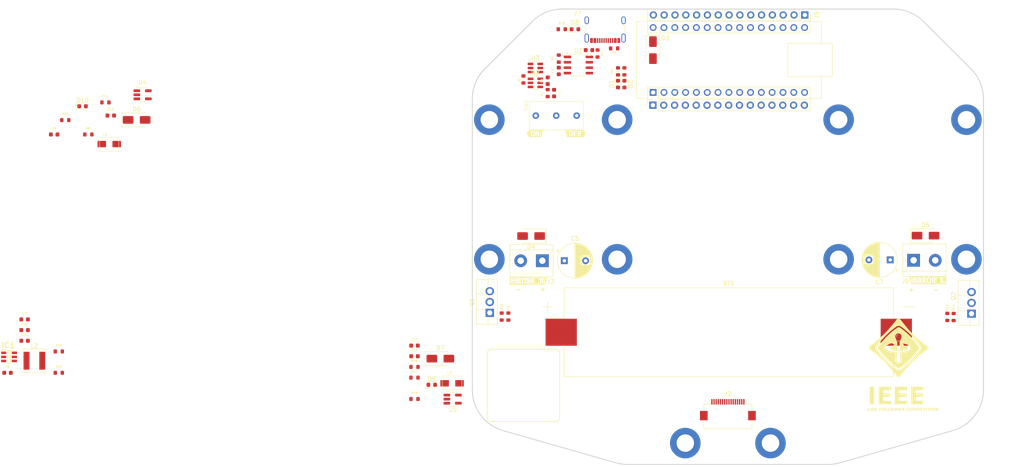
<source format=kicad_pcb>
(kicad_pcb (version 20240108) (generator "pcbnew") (generator_version "8.0")
  (layers (0 "F.Cu" signal) (31 "B.Cu" signal) (34 "B.Paste" user) (35 "F.Paste" user) (36 "B.SilkS" user "B.Silkscreen") (37 "F.SilkS" user "F.Silkscreen") (38 "B.Mask" user) (39 "F.Mask" user) (44 "Edge.Cuts" user))
  (net 0 "")
  (net 1 "Net-(A1-3V3)")
  (net 2 "Net-(A1-+5V)")
  (net 3 "GND")
  (net 14 "/PWM_R")
  (net 15 "/PWM_L")
  (net 16 "/NANO_D1")
  (net 17 "/NANO_D0")
  (net 18 "/NANO_~{RST}_{1}")
  (net 19 "Net-(A1-VIN)")
  (net 20 "Net-(BT1-+)")
  (net 21 "Net-(BT1--)")
  (net 22 "VCC")
  (net 23 "Net-(U2-VCC)")
  (net 24 "/NANO_D11")
  (net 25 "/NANO_D12")
  (net 26 "/NANO_D13")
  (net 27 "/NANO_AREF")
  (net 28 "Net-(IC1-FB)")
  (net 29 "Net-(D1-K)")
  (net 30 "Net-(D2-K)")
  (net 31 "/NANO_A5")
  (net 32 "/NANO_A6")
  (net 33 "/NANO_A7")
  (net 34 "/NANO_~{RST}_{2}")
  (net 35 "+5V")
  (net 36 "/IR_7_D")
  (net 37 "VBUS")
  (net 38 "/IR_6_D")
  (net 39 "/IR_6_A")
  (net 40 "/IR_5_D")
  (net 41 "/IR_5_A")
  (net 42 "/IR_4_D")
  (net 43 "/IR_4_A")
  (net 44 "/IR_3_D")
  (net 45 "/IR_3_A")
  (net 46 "/IR_2_D")
  (net 47 "/IR_2_A")
  (net 48 "/IR_1_D")
  (net 49 "Net-(D5-A)")
  (net 50 "Net-(IC1-SW)")
  (net 51 "Net-(Q1-G)")
  (net 52 "Net-(Q2-G)")
  (net 53 "Net-(U1-PROG)")
  (net 54 "Net-(U2-CS)")
  (net 55 "/STDBY")
  (net 56 "/CHRG")
  (net 58 "Net-(U2-OD)")
  (net 59 "Net-(U2-OC)")
  (net 71 "Net-(U4-EN)")
  (net 72 "Net-(D4-A)")
  (net 73 "Net-(U4-FB)")
  (net 79 "Net-(J7-CC1)")
  (net 81 "Net-(J7-CC2)")
  (net 82 "VMOTR")
  (net 83 "VMOTL")
  (net 84 "Net-(U5-EN)")
  (net 85 "Net-(D6-A)")
  (net 86 "Net-(D7-A)")
  (net 87 "Net-(D8-K)")
  (net 88 "Net-(D9-A)")
  (net 89 "Net-(D10-A)")
  (net 90 "Net-(U5-FB)")
  (footprint "Module:Arduino_Nano" (layer "F.Cu") (at 132.45 58.448 90)
    (property "Reference" "A1" (hide yes))
    (property "Value" "Arduino Nano")
    (pad "1" thru_hole rect (at 0 0 90) (size 1.6 1.6) (drill 1) (layers "*.Cu" "*.Mask") (net 16 "/NANO_D1"))
    (pad "2" thru_hole oval (at 0 2.54 90) (size 1.6 1.6) (drill 1) (layers "*.Cu" "*.Mask") (net 17 "/NANO_D0"))
    (pad "3" thru_hole oval (at 0 5.08 90) (size 1.6 1.6) (drill 1) (layers "*.Cu" "*.Mask") (net 18 "/NANO_~{RST}_{1}"))
    (pad "4" thru_hole oval (at 0 7.62 90) (size 1.6 1.6) (drill 1) (layers "*.Cu" "*.Mask") (net 3 "GND"))
    (pad "5" thru_hole oval (at 0 10.16 90) (size 1.6 1.6) (drill 1) (layers "*.Cu" "*.Mask") (net 36 "/IR_7_D"))
    (pad "6" thru_hole oval (at 0 12.7 90) (size 1.6 1.6) (drill 1) (layers "*.Cu" "*.Mask") (net 38 "/IR_6_D"))
    (pad "7" thru_hole oval (at 0 15.24 90) (size 1.6 1.6) (drill 1) (layers "*.Cu" "*.Mask") (net 40 "/IR_5_D"))
    (pad "8" thru_hole oval (at 0 17.78 90) (size 1.6 1.6) (drill 1) (layers "*.Cu" "*.Mask") (net 42 "/IR_4_D"))
    (pad "9" thru_hole oval (at 0 20.32 90) (size 1.6 1.6) (drill 1) (layers "*.Cu" "*.Mask") (net 44 "/IR_3_D"))
    (pad "10" thru_hole oval (at 0 22.86 90) (size 1.6 1.6) (drill 1) (layers "*.Cu" "*.Mask") (net 46 "/IR_2_D"))
    (pad "11" thru_hole oval (at 0 25.4 90) (size 1.6 1.6) (drill 1) (layers "*.Cu" "*.Mask") (net 48 "/IR_1_D"))
    (pad "12" thru_hole oval (at 0 27.94 90) (size 1.6 1.6) (drill 1) (layers "*.Cu" "*.Mask") (net 14 "/PWM_R"))
    (pad "13" thru_hole oval (at 0 30.48 90) (size 1.6 1.6) (drill 1) (layers "*.Cu" "*.Mask") (net 15 "/PWM_L"))
    (pad "14" thru_hole oval (at 0 33.02 90) (size 1.6 1.6) (drill 1) (layers "*.Cu" "*.Mask") (net 24 "/NANO_D11"))
    (pad "15" thru_hole oval (at 0 35.56 90) (size 1.6 1.6) (drill 1) (layers "*.Cu" "*.Mask") (net 25 "/NANO_D12"))
    (pad "16" thru_hole oval (at 15.24 35.56 90) (size 1.6 1.6) (drill 1) (layers "*.Cu" "*.Mask") (net 26 "/NANO_D13"))
    (pad "17" thru_hole oval (at 15.24 33.02 90) (size 1.6 1.6) (drill 1) (layers "*.Cu" "*.Mask") (net 1 "Net-(A1-3V3)"))
    (pad "18" thru_hole oval (at 15.24 30.48 90) (size 1.6 1.6) (drill 1) (layers "*.Cu" "*.Mask") (net 27 "/NANO_AREF"))
    (pad "19" thru_hole oval (at 15.24 27.94 90) (size 1.6 1.6) (drill 1) (layers "*.Cu" "*.Mask") (net 47 "/IR_2_A"))
    (pad "20" thru_hole oval (at 15.24 25.4 90) (size 1.6 1.6) (drill 1) (layers "*.Cu" "*.Mask") (net 45 "/IR_3_A"))
    (pad "21" thru_hole oval (at 15.24 22.86 90) (size 1.6 1.6) (drill 1) (layers "*.Cu" "*.Mask") (net 43 "/IR_4_A"))
    (pad "22" thru_hole oval (at 15.24 20.32 90) (size 1.6 1.6) (drill 1) (layers "*.Cu" "*.Mask") (net 41 "/IR_5_A"))
    (pad "23" thru_hole oval (at 15.24 17.78 90) (size 1.6 1.6) (drill 1) (layers "*.Cu" "*.Mask") (net 39 "/IR_6_A"))
    (pad "24" thru_hole oval (at 15.24 15.24 90) (size 1.6 1.6) (drill 1) (layers "*.Cu" "*.Mask") (net 31 "/NANO_A5"))
    (pad "25" thru_hole oval (at 15.24 12.7 90) (size 1.6 1.6) (drill 1) (layers "*.Cu" "*.Mask") (net 32 "/NANO_A6"))
    (pad "26" thru_hole oval (at 15.24 10.16 90) (size 1.6 1.6) (drill 1) (layers "*.Cu" "*.Mask") (net 33 "/NANO_A7"))
    (pad "27" thru_hole oval (at 15.24 7.62 90) (size 1.6 1.6) (drill 1) (layers "*.Cu" "*.Mask") (net 2 "Net-(A1-+5V)"))
    (pad "28" thru_hole oval (at 15.24 5.08 90) (size 1.6 1.6) (drill 1) (layers "*.Cu" "*.Mask") (net 34 "/NANO_~{RST}_{2}"))
    (pad "29" thru_hole oval (at 15.24 2.54 90) (size 1.6 1.6) (drill 1) (layers "*.Cu" "*.Mask") (net 3 "GND"))
    (pad "30" thru_hole oval (at 15.24 0 90) (size 1.6 1.6) (drill 1) (layers "*.Cu" "*.Mask") (net 19 "Net-(A1-VIN)"))
  )
  (footprint "Resistor_SMD:R_0603_1608Metric" (layer "F.Cu") (at 3.875 60.8)
    (property "Reference" "R11" (at 0 -1.43 0) (layer "F.SilkS") (effects (font (size 0.5 0.5) (thickness 0.1))))
    (property "Value" "5.49k")
    (pad "1" smd roundrect (at -0.825 0) (size 0.8 0.95) (layers "F.Cu" "F.Paste" "F.Mask") (net 73 "Net-(U4-FB)"))
    (pad "2" smd roundrect (at 0.825 0) (size 0.8 0.95) (layers "F.Cu" "F.Paste" "F.Mask") (net 3 "GND"))
  )
  (footprint "Resistor_SMD:R_0603_1608Metric" (layer "F.Cu") (at 203 111.225 -90)
    (property "Reference" "R14" (at -2.2 0 90) (layer "F.SilkS") (effects (font (size 0.5 0.5) (thickness 0.1))))
    (property "Value" "10k")
    (pad "1" smd roundrect (at -0.825 0 270) (size 0.8 0.95) (layers "F.Cu" "F.Paste" "F.Mask") (net 52 "Net-(Q2-G)"))
    (pad "2" smd roundrect (at 0.825 0 270) (size 0.8 0.95) (layers "F.Cu" "F.Paste" "F.Mask") (net 3 "GND"))
  )
  (footprint "kibuzzard-666C7E77" (layer "F.Cu") (at 103.2 102.7)
    (property "Reference" "kibuzzard-666C7E77" (hide yes))
    (property "Value" "G***" (hide yes))
  )
  (footprint "Capacitor_SMD:C_0603_1608Metric" (layer "F.Cu") (at 76.425 117.94)
    (property "Reference" "C13" (at 0 -1.43 0) (layer "F.SilkS") (effects (font (size 0.5 0.5) (thickness 0.1))))
    (property "Value" "10u")
    (pad "1" smd roundrect (at -0.775 0) (size 0.9 0.95) (layers "F.Cu" "F.Paste" "F.Mask") (net 84 "Net-(U5-EN)"))
    (pad "2" smd roundrect (at 0.775 0) (size 0.9 0.95) (layers "F.Cu" "F.Paste" "F.Mask") (net 3 "GND"))
  )
  (footprint "Capacitor_SMD:C_0603_1608Metric" (layer "F.Cu") (at 5.125 63.88)
    (property "Reference" "C12" (at 0 -1.43 0) (layer "F.SilkS") (effects (font (size 0.5 0.5) (thickness 0.1))))
    (property "Value" "10u")
    (pad "1" smd roundrect (at -0.775 0) (size 0.9 0.95) (layers "F.Cu" "F.Paste" "F.Mask") (net 82 "VMOTR"))
    (pad "2" smd roundrect (at 0.775 0) (size 0.9 0.95) (layers "F.Cu" "F.Paste" "F.Mask") (net 3 "GND"))
  )
  (footprint "ImportedLibrary:TLV61070ADBVR" (layer "F.Cu") (at -18.75 120.6)
    (property "Reference" "IC1" (at -0.2 -2.7 0) (layer "F.SilkS") (effects (font (size 1.27 1.27) (thickness 0.254))))
    (property "Value" "TLV61046" (hide yes))
    (pad "1" smd rect (at -1.25 -0.95 90) (size 0.6 1.2) (layers "F.Cu" "F.Paste" "F.Mask") (net 50 "Net-(IC1-SW)"))
    (pad "2" smd rect (at -1.25 0 90) (size 0.6 1.2) (layers "F.Cu" "F.Paste" "F.Mask") (net 3 "GND"))
    (pad "3" smd rect (at -1.25 0.95 90) (size 0.6 1.2) (layers "F.Cu" "F.Paste" "F.Mask") (net 28 "Net-(IC1-FB)"))
    (pad "4" smd rect (at 1.25 0.95 90) (size 0.6 1.2) (layers "F.Cu" "F.Paste" "F.Mask") (net 37 "VBUS"))
    (pad "5" smd rect (at 1.25 0 90) (size 0.6 1.2) (layers "F.Cu" "F.Paste" "F.Mask") (net 35 "+5V"))
    (pad "6" smd rect (at 1.25 -0.95 90) (size 0.6 1.2) (layers "F.Cu" "F.Paste" "F.Mask") (net 37 "VBUS"))
  )
  (footprint "0_Inductors:Murata_LQH43xxx" (layer "F.Cu") (at 4.77 70.585)
    (property "Reference" "L1" (at -1 -2.25 0) (layer "F.SilkS") (effects (font (size 0.6 0.6) (thickness 0.1) (bold yes))))
    (property "Value" "10u")
    (pad "1" smd roundrect (at -1.75 0) (size 2 1.5) (layers "F.Cu" "F.Paste" "F.Mask") (roundrect_rratio 0.1) (net 71 "Net-(U4-EN)"))
    (pad "2" smd roundrect (at 1.75 0) (size 2 1.5) (layers "F.Cu" "F.Paste" "F.Mask") (roundrect_rratio 0.1) (net 85 "Net-(D6-A)"))
  )
  (footprint "Capacitor_SMD:C_0603_1608Metric" (layer "F.Cu") (at -8.155 68.33)
    (property "Reference" "C6" (at 0 -1.43 0) (layer "F.SilkS") (effects (font (size 0.5 0.5) (thickness 0.1))))
    (property "Value" "10u")
    (pad "1" smd roundrect (at -0.775 0) (size 0.9 0.95) (layers "F.Cu" "F.Paste" "F.Mask") (net 71 "Net-(U4-EN)"))
    (pad "2" smd roundrect (at 0.775 0) (size 0.9 0.95) (layers "F.Cu" "F.Paste" "F.Mask") (net 3 "GND"))
  )
  (footprint "LED_SMD:LED_0603_1608Metric" (layer "F.Cu") (at 125.7 56.5 -90)
    (property "Reference" "D2" (at 0 -1.43 90) (layer "F.SilkS"))
    (property "Value" "LED")
    (pad "1" smd roundrect (at -0.7875 0 270) (size 0.875 0.95) (layers "F.Cu" "F.Paste" "F.Mask") (net 30 "Net-(D2-K)"))
    (pad "2" smd roundrect (at 0.7875 0 270) (size 0.875 0.95) (layers "F.Cu" "F.Paste" "F.Mask") (net 22 "VCC"))
  )
  (footprint "TerminalBlock:TerminalBlock_bornier-2_P5.08mm" (layer "F.Cu") (at 106.44 98 180)
    (property "Reference" "J3" (at -1.96 -4.9 360) (layer "F.SilkS"))
    (property "Value" "Motor")
    (pad "1" thru_hole rect (at 0 0 180) (size 3 3) (drill 1.52) (layers "*.Cu" "*.Mask") (net 82 "VMOTR"))
    (pad "2" thru_hole circle (at 5.08 0 180) (size 3 3) (drill 1.52) (layers "*.Cu" "*.Mask") (net 72 "Net-(D4-A)"))
  )
  (footprint "Resistor_SMD:R_0603_1608Metric" (layer "F.Cu") (at 125.7 53.5 90)
    (property "Reference" "R7" (at 0 -1.43 90) (layer "F.SilkS") (effects (font (size 0.5 0.5) (thickness 0.1))))
    (property "Value" "1k2")
    (pad "1" smd roundrect (at -0.825 0 90) (size 0.8 0.95) (layers "F.Cu" "F.Paste" "F.Mask") (net 30 "Net-(D2-K)"))
    (pad "2" smd roundrect (at 0.825 0 90) (size 0.8 0.95) (layers "F.Cu" "F.Paste" "F.Mask") (net 56 "/CHRG"))
  )
  (footprint "Capacitor_SMD:C_0603_1608Metric" (layer "F.Cu") (at -19.11 124.34)
    (property "Reference" "C8" (at 0 -1.43 0) (layer "F.SilkS") (effects (font (size 0.5 0.5) (thickness 0.1))))
    (property "Value" "10u")
    (pad "1" smd roundrect (at -0.775 0) (size 0.9 0.95) (layers "F.Cu" "F.Paste" "F.Mask") (net 37 "VBUS"))
    (pad "2" smd roundrect (at 0.775 0) (size 0.9 0.95) (layers "F.Cu" "F.Paste" "F.Mask") (net 3 "GND"))
  )
  (footprint "Connector_PinSocket_2.54mm:PinSocket_1x15_P2.54mm_Vertical" (layer "F.Cu") (at 168.06 40.25 -90)
    (property "Reference" "J5" (at 0 -2.77 90) (layer "F.SilkS"))
    (property "Value" "Row 2")
    (pad "1" thru_hole rect (at 0 0 270) (size 1.7 1.7) (drill 1) (layers "*.Cu" "*.Mask") (net 26 "/NANO_D13"))
    (pad "2" thru_hole oval (at 0 2.54 270) (size 1.7 1.7) (drill 1) (layers "*.Cu" "*.Mask") (net 1 "Net-(A1-3V3)"))
    (pad "3" thru_hole oval (at 0 5.08 270) (size 1.7 1.7) (drill 1) (layers "*.Cu" "*.Mask") (net 27 "/NANO_AREF"))
    (pad "4" thru_hole oval (at 0 7.62 270) (size 1.7 1.7) (drill 1) (layers "*.Cu" "*.Mask") (net 47 "/IR_2_A"))
    (pad "5" thru_hole oval (at 0 10.16 270) (size 1.7 1.7) (drill 1) (layers "*.Cu" "*.Mask") (net 45 "/IR_3_A"))
    (pad "6" thru_hole oval (at 0 12.7 270) (size 1.7 1.7) (drill 1) (layers "*.Cu" "*.Mask") (net 43 "/IR_4_A"))
    (pad "7" thru_hole oval (at 0 15.24 270) (size 1.7 1.7) (drill 1) (layers "*.Cu" "*.Mask") (net 41 "/IR_5_A"))
    (pad "8" thru_hole oval (at 0 17.78 270) (size 1.7 1.7) (drill 1) (layers "*.Cu" "*.Mask") (net 39 "/IR_6_A"))
    (pad "9" thru_hole oval (at 0 20.32 270) (size 1.7 1.7) (drill 1) (layers "*.Cu" "*.Mask") (net 31 "/NANO_A5"))
    (pad "10" thru_hole oval (at 0 22.86 270) (size 1.7 1.7) (drill 1) (layers "*.Cu" "*.Mask") (net 32 "/NANO_A6"))
    (pad "11" thru_hole oval (at 0 25.4 270) (size 1.7 1.7) (drill 1) (layers "*.Cu" "*.Mask") (net 33 "/NANO_A7"))
    (pad "12" thru_hole oval (at 0 27.94 270) (size 1.7 1.7) (drill 1) (layers "*.Cu" "*.Mask") (net 2 "Net-(A1-+5V)"))
    (pad "13" thru_hole oval (at 0 30.48 270) (size 1.7 1.7) (drill 1) (layers "*.Cu" "*.Mask") (net 34 "/NANO_~{RST}_{2}"))
    (pad "14" thru_hole oval (at 0 33.02 270) (size 1.7 1.7) (drill 1) (layers "*.Cu" "*.Mask") (net 3 "GND"))
    (pad "15" thru_hole oval (at 0 35.56 270) (size 1.7 1.7) (drill 1) (layers "*.Cu" "*.Mask") (net 19 "Net-(A1-VIN)"))
  )
  (footprint "Battery:BatteryHolder_Keystone_1042_1x18650" (layer "F.Cu") (at 150.2 114.8)
    (property "Reference" "BT1" (at 0 -11.5 360) (layer "F.SilkS"))
    (property "Value" "18650")
    (pad "" np_thru_hole circle (at -35.93 -8) (size 2.39 2.39) (drill 2.39) (layers "*.Cu" "*.Mask"))
    (pad "" np_thru_hole circle (at -27.6 8) (size 3.45 3.45) (drill 3.45) (layers "*.Cu" "*.Mask"))
    (pad "" np_thru_hole circle (at 27.6 -8) (size 3.45 3.45) (drill 3.45) (layers "*.Cu" "*.Mask"))
    (pad "1" smd rect (at -39.33 0) (size 7.34 6.35) (layers "F.Cu" "F.Paste" "F.Mask") (net 20 "Net-(BT1-+)"))
    (pad "2" smd rect (at 39.33 0) (size 7.34 6.35) (layers "F.Cu" "F.Paste" "F.Mask") (net 21 "Net-(BT1--)"))
  )
  (footprint "Capacitor_SMD:C_0603_1608Metric" (layer "F.Cu") (at 109.2 58.6 90)
    (property "Reference" "C1" (at 0 1.2 90) (layer "F.SilkS") (effects (font (size 0.5 0.5) (thickness 0.1))))
    (property "Value" "10u")
    (pad "1" smd roundrect (at -0.775 0 90) (size 0.9 0.95) (layers "F.Cu" "F.Paste" "F.Mask") (net 37 "VBUS"))
    (pad "2" smd roundrect (at 0.775 0 90) (size 0.9 0.95) (layers "F.Cu" "F.Paste" "F.Mask") (net 3 "GND"))
  )
  (footprint "Resistor_SMD:R_0603_1608Metric" (layer "F.Cu") (at 107.7 58.6 90)
    (property "Reference" "R1" (at -0.2 -1.3 90) (layer "F.SilkS") (effects (font (size 0.5 0.5) (thickness 0.1))))
    (property "Value" "100")
    (pad "1" smd roundrect (at -0.825 0 90) (size 0.8 0.95) (layers "F.Cu" "F.Paste" "F.Mask") (net 37 "VBUS"))
    (pad "2" smd roundrect (at 0.825 0 90) (size 0.8 0.95) (layers "F.Cu" "F.Paste" "F.Mask") (net 23 "Net-(U2-VCC)"))
  )
  (footprint "Capacitor_THT:CP_Radial_D8.0mm_P5.00mm" (layer "F.Cu") (at 111.597349 98)
    (property "Reference" "C5" (at 2.5 -5.25 360) (layer "F.SilkS"))
    (property "Value" "220u")
    (pad "1" thru_hole rect (at 0 0) (size 1.6 1.6) (drill 0.8) (layers "*.Cu" "*.Mask") (net 82 "VMOTR"))
    (pad "2" thru_hole circle (at 5 0) (size 1.6 1.6) (drill 0.8) (layers "*.Cu" "*.Mask") (net 3 "GND"))
  )
  (footprint "Package_TO_SOT_SMD:SOT-23-6" (layer "F.Cu") (at 104.8 52.7)
    (property "Reference" "U3" (at 0 -2.4 360) (layer "F.SilkS"))
    (property "Value" "FS8205A")
    (pad "1" smd roundrect (at -1.1375 -0.95) (size 1.325 0.6) (layers "F.Cu" "F.Paste" "F.Mask") (net 59 "Net-(U2-OC)"))
    (pad "2" smd roundrect (at -1.1375 0) (size 1.325 0.6) (layers "F.Cu" "F.Paste" "F.Mask"))
    (pad "3" smd roundrect (at -1.1375 0.95) (size 1.325 0.6) (layers "F.Cu" "F.Paste" "F.Mask") (net 58 "Net-(U2-OD)"))
    (pad "4" smd roundrect (at 1.1375 0.95) (size 1.325 0.6) (layers "F.Cu" "F.Paste" "F.Mask") (net 21 "Net-(BT1--)"))
    (pad "5" smd roundrect (at 1.1375 0) (size 1.325 0.6) (layers "F.Cu" "F.Paste" "F.Mask"))
    (pad "6" smd roundrect (at 1.1375 -0.95) (size 1.325 0.6) (layers "F.Cu" "F.Paste" "F.Mask") (net 3 "GND"))
  )
  (footprint "Diode_SMD:D_SMA" (layer "F.Cu") (at 11.2 64.9)
    (property "Reference" "D6" (at 0 -2.5 0) (layer "F.SilkS"))
    (property "Value" "D_Schottky")
    (pad "1" smd roundrect (at -2 0) (size 2.5 1.8) (layers "F.Cu" "F.Paste" "F.Mask") (roundrect_rratio 0.1388888889) (net 82 "VMOTR"))
    (pad "2" smd roundrect (at 2 0) (size 2.5 1.8) (layers "F.Cu" "F.Paste" "F.Mask") (roundrect_rratio 0.1388888889) (net 85 "Net-(D6-A)"))
  )
  (footprint "Resistor_SMD:R_0603_1608Metric" (layer "F.Cu") (at 119.4 49.3 -90)
    (property "Reference" "R4" (at 0 -1.1 90) (layer "F.SilkS") (effects (font (size 0.5 0.5) (thickness 0.1))))
    (property "Value" "5.1k")
    (pad "1" smd roundrect (at -0.825 0 270) (size 0.8 0.95) (layers "F.Cu" "F.Paste" "F.Mask") (net 81 "Net-(J7-CC2)"))
    (pad "2" smd roundrect (at 0.825 0 270) (size 0.8 0.95) (layers "F.Cu" "F.Paste" "F.Mask") (net 3 "GND"))
  )
  (footprint "ImportedLibrary:SS12D10G5_SlideSwitch" (layer "F.Cu") (at 109.7 63.9 180)
    (property "Reference" "SW1" (at 7 2.4 90) (layer "F.SilkS") (effects (font (size 0.8 0.8) (thickness 0.1))))
    (property "Value" "SS12D10G5")
    (pad "1" thru_hole circle (at -4.8 0 180) (size 1.524 1.524) (drill 0.762) (layers "*.Cu" "*.Mask"))
    (pad "2" thru_hole circle (at 0 0 180) (size 1.524 1.524) (drill 0.762) (layers "*.Cu" "*.Mask") (net 20 "Net-(BT1-+)"))
    (pad "3" thru_hole circle (at 4.8 0 180) (size 1.524 1.524) (drill 0.762) (layers "*.Cu" "*.Mask") (net 37 "VBUS"))
  )
  (footprint "Connector_PinSocket_2.54mm:PinSocket_1x15_P2.54mm_Vertical" (layer "F.Cu") (at 132.4 61.45 90)
    (property "Reference" "J4" (hide yes))
    (property "Value" "Row 2")
    (pad "1" thru_hole rect (at 0 0 90) (size 1.7 1.7) (drill 1) (layers "*.Cu" "*.Mask") (net 16 "/NANO_D1"))
    (pad "2" thru_hole oval (at 0 2.54 90) (size 1.7 1.7) (drill 1) (layers "*.Cu" "*.Mask") (net 17 "/NANO_D0"))
    (pad "3" thru_hole oval (at 0 5.08 90) (size 1.7 1.7) (drill 1) (layers "*.Cu" "*.Mask") (net 18 "/NANO_~{RST}_{1}"))
    (pad "4" thru_hole oval (at 0 7.62 90) (size 1.7 1.7) (drill 1) (layers "*.Cu" "*.Mask") (net 3 "GND"))
    (pad "5" thru_hole oval (at 0 10.16 90) (size 1.7 1.7) (drill 1) (layers "*.Cu" "*.Mask") (net 36 "/IR_7_D"))
    (pad "6" thru_hole oval (at 0 12.7 90) (size 1.7 1.7) (drill 1) (layers "*.Cu" "*.Mask") (net 38 "/IR_6_D"))
    (pad "7" thru_hole oval (at 0 15.24 90) (size 1.7 1.7) (drill 1) (layers "*.Cu" "*.Mask") (net 40 "/IR_5_D"))
    (pad "8" thru_hole oval (at 0 17.78 90) (size 1.7 1.7) (drill 1) (layers "*.Cu" "*.Mask") (net 42 "/IR_4_D"))
    (pad "9" thru_hole oval (at 0 20.32 90) (size 1.7 1.7) (drill 1) (layers "*.Cu" "*.Mask") (net 44 "/IR_3_D"))
    (pad "10" thru_hole oval (at 0 22.86 90) (size 1.7 1.7) (drill 1) (layers "*.Cu" "*.Mask") (net 46 "/IR_2_D"))
    (pad "11" thru_hole oval (at 0 25.4 90) (size 1.7 1.7) (drill 1) (layers "*.Cu" "*.Mask") (net 48 "/IR_1_D"))
    (pad "12" thru_hole oval (at 0 27.94 90) (size 1.7 1.7) (drill 1) (layers "*.Cu" "*.Mask") (net 14 "/PWM_R"))
    (pad "13" thru_hole oval (at 0 30.48 90) (size 1.7 1.7) (drill 1) (layers "*.Cu" "*.Mask") (net 15 "/PWM_L"))
    (pad "14" thru_hole oval (at 0 33.02 90) (size 1.7 1.7) (drill 1) (layers "*.Cu" "*.Mask") (net 24 "/NANO_D11"))
    (pad "15" thru_hole oval (at 0 35.56 90) (size 1.7 1.7) (drill 1) (layers "*.Cu" "*.Mask") (net 25 "/NANO_D12"))
  )
  (footprint "Resistor_SMD:R_0603_1608Metric" (layer "F.Cu") (at 124.2 53.5 90)
    (property "Reference" "R6" (at 0 -1.43 90) (layer "F.SilkS") (effects (font (size 0.5 0.5) (thickness 0.1))))
    (property "Value" "1k2")
    (pad "1" smd roundrect (at -0.825 0 90) (size 0.8 0.95) (layers "F.Cu" "F.Paste" "F.Mask") (net 29 "Net-(D1-K)"))
    (pad "2" smd roundrect (at 0.825 0 90) (size 0.8 0.95) (layers "F.Cu" "F.Paste" "F.Mask") (net 55 "/STDBY"))
  )
  (footprint "kibuzzard-666C76A4" (layer "F.Cu") (at 104.7 68.1)
    (property "Reference" "kibuzzard-666C76A4" (hide yes))
    (property "Value" "G***" (hide yes))
  )
  (footprint "Package_TO_SOT_THT:TO-220F-3_Vertical" (layer "F.Cu") (at 207.195 110.44 90)
    (property "Reference" "Q2" (at 4.14 -4.195 90) (layer "F.SilkS"))
    (property "Value" "IRF540")
    (pad "1" thru_hole rect (at 0 0 90) (size 1.905 2) (drill 1.2) (layers "*.Cu" "*.Mask") (net 52 "Net-(Q2-G)"))
    (pad "2" thru_hole oval (at 2.54 0 90) (size 1.905 2) (drill 1.2) (layers "*.Cu" "*.Mask") (net 49 "Net-(D5-A)"))
    (pad "3" thru_hole oval (at 5.08 0 90) (size 1.905 2) (drill 1.2) (layers "*.Cu" "*.Mask") (net 3 "GND"))
  )
  (footprint "Capacitor_THT:CP_Radial_D8.0mm_P5.00mm" (layer "F.Cu") (at 188.102651 97.8 180)
    (property "Reference" "C7" (at 2.5 -5.25 360) (layer "F.SilkS"))
    (property "Value" "220u")
    (pad "1" thru_hole rect (at 0 0 180) (size 1.6 1.6) (drill 0.8) (layers "*.Cu" "*.Mask") (net 83 "VMOTL"))
    (pad "2" thru_hole circle (at 5 0 180) (size 1.6 1.6) (drill 0.8) (layers "*.Cu" "*.Mask") (net 3 "GND"))
  )
  (footprint "Resistor_SMD:R_0603_1608Metric" (layer "F.Cu") (at 76.425 122.96)
    (property "Reference" "R16" (at 0 -1.43 0) (layer "F.SilkS") (effects (font (size 0.5 0.5) (thickness 0.1))))
    (property "Value" "30k")
    (pad "1" smd roundrect (at -0.825 0) (size 0.8 0.95) (layers "F.Cu" "F.Paste" "F.Mask") (net 83 "VMOTL"))
    (pad "2" smd roundrect (at 0.825 0) (size 0.8 0.95) (layers "F.Cu" "F.Paste" "F.Mask") (net 90 "Net-(U5-FB)"))
  )
  (footprint "Resistor_SMD:R_0603_1608Metric" (layer "F.Cu") (at 98.47 111.125 -90)
    (property "Reference" "R9" (at -2.125 -0.025 90) (layer "F.SilkS") (effects (font (size 0.5 0.5) (thickness 0.1))))
    (property "Value" "100")
    (pad "1" smd roundrect (at -0.825 0 270) (size 0.8 0.95) (layers "F.Cu" "F.Paste" "F.Mask") (net 51 "Net-(Q1-G)"))
    (pad "2" smd roundrect (at 0.825 0 270) (size 0.8 0.95) (layers "F.Cu" "F.Paste" "F.Mask") (net 14 "/PWM_R"))
  )
  (footprint "Capacitor_SMD:C_0603_1608Metric" (layer "F.Cu") (at 110.3 53.4 90)
    (property "Reference" "C3" (at 0 -1.43 90) (layer "F.SilkS") (effects (font (size 0.5 0.5) (thickness 0.1))))
    (property "Value" "100n")
    (pad "1" smd roundrect (at -0.775 0 90) (size 0.9 0.95) (layers "F.Cu" "F.Paste" "F.Mask") (net 22 "VCC"))
    (pad "2" smd roundrect (at 0.775 0 90) (size 0.9 0.95) (layers "F.Cu" "F.Paste" "F.Mask") (net 3 "GND"))
  )
  (footprint "Package_TO_SOT_THT:TO-220F-3_Vertical" (layer "F.Cu") (at 94.095 110.24 90)
    (property "Reference" "Q1" (at 2.54 -4.1675 90) (layer "F.SilkS"))
    (property "Value" "IRF540")
    (pad "1" thru_hole rect (at 0 0 90) (size 1.905 2) (drill 1.2) (layers "*.Cu" "*.Mask") (net 51 "Net-(Q1-G)"))
    (pad "2" thru_hole oval (at 2.54 0 90) (size 1.905 2) (drill 1.2) (layers "*.Cu" "*.Mask") (net 72 "Net-(D4-A)"))
    (pad "3" thru_hole oval (at 5.08 0 90) (size 1.905 2) (drill 1.2) (layers "*.Cu" "*.Mask") (net 3 "GND"))
  )
  (footprint "LED_SMD:LED_0603_1608Metric" (layer "F.Cu") (at 124.2 56.4875 -90)
    (property "Reference" "D1" (at 0 1.5 90) (layer "F.SilkS"))
    (property "Value" "LED")
    (pad "1" smd roundrect (at -0.7875 0 270) (size 0.875 0.95) (layers "F.Cu" "F.Paste" "F.Mask") (net 29 "Net-(D1-K)"))
    (pad "2" smd roundrect (at 0.7875 0 270) (size 0.875 0.95) (layers "F.Cu" "F.Paste" "F.Mask") (net 22 "VCC"))
  )
  (footprint "Package_TO_SOT_SMD:SOT-23-6" (layer "F.Cu") (at 104.8 56.2)
    (property "Reference" "U2" (at 0 -2.4 0) (layer "F.SilkS"))
    (property "Value" "DW01A")
    (pad "1" smd roundrect (at -1.1375 -0.95) (size 1.325 0.6) (layers "F.Cu" "F.Paste" "F.Mask") (net 58 "Net-(U2-OD)"))
    (pad "2" smd roundrect (at -1.1375 0) (size 1.325 0.6) (layers "F.Cu" "F.Paste" "F.Mask") (net 54 "Net-(U2-CS)"))
    (pad "3" smd roundrect (at -1.1375 0.95) (size 1.325 0.6) (layers "F.Cu" "F.Paste" "F.Mask") (net 59 "Net-(U2-OC)"))
    (pad "4" smd roundrect (at 1.1375 0.95) (size 1.325 0.6) (layers "F.Cu" "F.Paste" "F.Mask"))
    (pad "5" smd roundrect (at 1.1375 0) (size 1.325 0.6) (layers "F.Cu" "F.Paste" "F.Mask") (net 23 "Net-(U2-VCC)"))
    (pad "6" smd roundrect (at 1.1375 -0.95) (size 1.325 0.6) (layers "F.Cu" "F.Paste" "F.Mask") (net 21 "Net-(BT1--)"))
  )
  (footprint "Diode_SMD:D_SMA" (layer "F.Cu") (at 132.4 48.5 -90)
    (property "Reference" "D3" (at -2.8 -2.9 180) (layer "F.SilkS"))
    (property "Value" "D_Schottky")
    (pad "1" smd roundrect (at -2 0 270) (size 2.5 1.8) (layers "F.Cu" "F.Paste" "F.Mask") (roundrect_rratio 0.1388888889) (net 19 "Net-(A1-VIN)"))
    (pad "2" smd roundrect (at 2 0 270) (size 2.5 1.8) (layers "F.Cu" "F.Paste" "F.Mask") (roundrect_rratio 0.1388888889) (net 35 "+5V"))
  )
  (footprint "Resistor_SMD:R_0603_1608Metric" (layer "F.Cu") (at 76.425 130.49)
    (property "Reference" "R19" (at 0 -1.43 0) (layer "F.SilkS") (effects (font (size 0.5 0.5) (thickness 0.1))))
    (property "Value" "5.49k")
    (pad "1" smd roundrect (at -0.825 0) (size 0.8 0.95) (layers "F.Cu" "F.Paste" "F.Mask") (net 83 "VMOTL"))
    (pad "2" smd roundrect (at 0.825 0) (size 0.8 0.95) (layers "F.Cu" "F.Paste" "F.Mask") (net 88 "Net-(D9-A)"))
  )
  (footprint "LED_SMD:LED_0603_1608Metric" (layer "F.Cu") (at 80.475 127.16)
    (property "Reference" "D9" (at 0 -1.43 0) (layer "F.SilkS"))
    (property "Value" "LED")
    (pad "1" smd roundrect (at -0.7875 0) (size 0.875 0.95) (layers "F.Cu" "F.Paste" "F.Mask") (net 3 "GND"))
    (pad "2" smd roundrect (at 0.7875 0) (size 0.875 0.95) (layers "F.Cu" "F.Paste" "F.Mask") (net 88 "Net-(D9-A)"))
  )
  (footprint "Package_TO_SOT_SMD:SOT-23-5_HandSoldering" (layer "F.Cu") (at 85.385 130.525)
    (property "Reference" "U5" (at 0 2.475 0) (layer "F.SilkS"))
    (property "Value" "~")
    (pad "1" smd roundrect (at -1.35 -0.95) (size 1.56 0.65) (layers "F.Cu" "F.Paste" "F.Mask") (net 86 "Net-(D7-A)"))
    (pad "2" smd roundrect (at -1.35 0) (size 1.56 0.65) (layers "F.Cu" "F.Paste" "F.Mask") (net 3 "GND"))
    (pad "3" smd roundrect (at -1.35 0.95) (size 1.56 0.65) (layers "F.Cu" "F.Paste" "F.Mask") (net 90 "Net-(U5-FB)"))
    (pad "4" smd roundrect (at 1.35 0.95) (size 1.56 0.65) (layers "F.Cu" "F.Paste" "F.Mask") (net 84 "Net-(U5-EN)"))
    (pad "5" smd roundrect (at 1.35 -0.95) (size 1.56 0.65) (layers "F.Cu" "F.Paste" "F.Mask") (net 84 "Net-(U5-EN)"))
  )
  (footprint "Resistor_SMD:R_0603_1608Metric" (layer "F.Cu") (at 96.895 111.125 -90)
    (property "Reference" "R10" (at -2.325 0 90) (layer "F.SilkS") (effects (font (size 0.5 0.5) (thickness 0.1))))
    (property "Value" "10k")
    (pad "1" smd roundrect (at -0.825 0 270) (size 0.8 0.95) (layers "F.Cu" "F.Paste" "F.Mask") (net 51 "Net-(Q1-G)"))
    (pad "2" smd roundrect (at 0.825 0 270) (size 0.8 0.95) (layers "F.Cu" "F.Paste" "F.Mask") (net 3 "GND"))
  )
  (footprint "Capacitor_SMD:C_0603_1608Metric" (layer "F.Cu") (at 107.7 55.7 90)
    (property "Reference" "C4" (at 0 -1.43 90) (layer "F.SilkS") (effects (font (size 0.5 0.5) (thickness 0.1))))
    (property "Value" "100n")
    (pad "1" smd roundrect (at -0.775 0 90) (size 0.9 0.95) (layers "F.Cu" "F.Paste" "F.Mask") (net 23 "Net-(U2-VCC)"))
    (pad "2" smd roundrect (at 0.775 0 90) (size 0.9 0.95) (layers "F.Cu" "F.Paste" "F.Mask") (net 21 "Net-(BT1--)"))
  )
  (footprint "Capacitor_SMD:C_0603_1608Metric" (layer "F.Cu") (at 76.425 120.45)
    (property "Reference" "C14" (at 0 -1.43 0) (layer "F.SilkS") (effects (font (size 0.5 0.5) (thickness 0.1))))
    (property "Value" "10u")
    (pad "1" smd roundrect (at -0.775 0) (size 0.9 0.95) (layers "F.Cu" "F.Paste" "F.Mask") (net 83 "VMOTL"))
    (pad "2" smd roundrect (at 0.775 0) (size 0.9 0.95) (layers "F.Cu" "F.Paste" "F.Mask") (net 3 "GND"))
  )
  (footprint "Resistor_SMD:R_0603_1608Metric" (layer "F.Cu") (at -5.55 64.95)
    (property "Reference" "R20" (at 0 -1.43 0) (layer "F.SilkS") (effects (font (size 0.5 0.5) (thickness 0.1))))
    (property "Value" "5.49k")
    (pad "1" smd roundrect (at -0.825 0) (size 0.8 0.95) (layers "F.Cu" "F.Paste" "F.Mask") (net 82 "VMOTR"))
    (pad "2" smd roundrect (at 0.825 0) (size 0.8 0.95) (layers "F.Cu" "F.Paste" "F.Mask") (net 89 "Net-(D10-A)"))
  )
  (footprint "Resistor_SMD:R_0603_1608Metric" (layer "F.Cu") (at -0.135 68.33)
    (property "Reference" "R8" (at 0 -1.43 0) (layer "F.SilkS") (effects (font (size 0.5 0.5) (thickness 0.1))))
    (property "Value" "30k")
    (pad "1" smd roundrect (at -0.825 0) (size 0.8 0.95) (layers "F.Cu" "F.Paste" "F.Mask") (net 82 "VMOTR"))
    (pad "2" smd roundrect (at 0.825 0) (size 0.8 0.95) (layers "F.Cu" "F.Paste" "F.Mask") (net 73 "Net-(U4-FB)"))
  )
  (footprint "Resistor_SMD:R_0603_1608Metric" (layer "F.Cu") (at 201.5 111.2 -90)
    (property "Reference" "R12" (at -2.2 0 90) (layer "F.SilkS") (effects (font (size 0.5 0.5) (thickness 0.1))))
    (property "Value" "100")
    (pad "1" smd roundrect (at -0.825 0 270) (size 0.8 0.95) (layers "F.Cu" "F.Paste" "F.Mask") (net 52 "Net-(Q2-G)"))
    (pad "2" smd roundrect (at 0.825 0 270) (size 0.8 0.95) (layers "F.Cu" "F.Paste" "F.Mask") (net 15 "/PWM_L"))
  )
  (footprint "Capacitor_SMD:C_0603_1608Metric" (layer "F.Cu") (at 117.4 48.5 180)
    (property "Reference" "C2" (at 0 -1.1 360) (layer "F.SilkS") (effects (font (size 0.5 0.5) (thickness 0.1))))
    (property "Value" "100n")
    (pad "1" smd roundrect (at -0.775 0 180) (size 0.9 0.95) (layers "F.Cu" "F.Paste" "F.Mask") (net 22 "VCC"))
    (pad "2" smd roundrect (at 0.775 0 180) (size 0.9 0.95) (layers "F.Cu" "F.Paste" "F.Mask") (net 3 "GND"))
  )
  (footprint "0_Inductors:Murata_LQH43xxx" (layer "F.Cu") (at 85.25 126.8 180)
    (property "Reference" "L3" (at 0.6 2.4 0) (layer "F.SilkS") (effects (font (size 0.6 0.6) (thickness 0.1) (bold yes))))
    (property "Value" "10u")
    (pad "1" smd roundrect (at -1.75 0 180) (size 2 1.5) (layers "F.Cu" "F.Paste" "F.Mask") (roundrect_rratio 0.1) (net 84 "Net-(U5-EN)"))
    (pad "2" smd roundrect (at 1.75 0 180) (size 2 1.5) (layers "F.Cu" "F.Paste" "F.Mask") (roundrect_rratio 0.1) (net 86 "Net-(D7-A)"))
  )
  (footprint "Diode_SMD:D_SMA" (layer "F.Cu") (at 196.4 92.1)
    (property "Reference" "D5" (at 0 -2.5 0) (layer "F.SilkS"))
    (property "Value" "D_Schottky")
    (pad "1" smd roundrect (at -2 0) (size 2.5 1.8) (layers "F.Cu" "F.Paste" "F.Mask") (roundrect_rratio 0.1388888889) (net 83 "VMOTL"))
    (pad "2" smd roundrect (at 2 0) (size 2.5 1.8) (layers "F.Cu" "F.Paste" "F.Mask") (roundrect_rratio 0.1388888889) (net 49 "Net-(D5-A)"))
  )
  (footprint "Connector_FFC-FPC:Hirose_FH12-16S-0.5SH_1x16-1MP_P0.50mm_Horizontal" (layer "F.Cu") (at 150 133)
    (property "Reference" "J2" (at 0 -3.7 0) (layer "F.SilkS"))
    (property "Value" "FFC Connector")
    (pad "1" smd rect (at -3.75 -1.85) (size 0.3 1.3) (layers "F.Cu" "F.Paste" "F.Mask") (net 3 "GND"))
    (pad "2" smd rect (at -3.25 -1.85) (size 0.3 1.3) (layers "F.Cu" "F.Paste" "F.Mask") (net 3 "GND"))
    (pad "3" smd rect (at -2.75 -1.85) (size 0.3 1.3) (layers "F.Cu" "F.Paste" "F.Mask") (net 35 "+5V"))
    (pad "4" smd rect (at -2.25 -1.85) (size 0.3 1.3) (layers "F.Cu" "F.Paste" "F.Mask") (net 35 "+5V"))
    (pad "5" smd rect (at -1.75 -1.85) (size 0.3 1.3) (layers "F.Cu" "F.Paste" "F.Mask") (net 36 "/IR_7_D"))
    (pad "6" smd rect (at -1.25 -1.85) (size 0.3 1.3) (layers "F.Cu" "F.Paste" "F.Mask") (net 38 "/IR_6_D"))
    (pad "7" smd rect (at -0.75 -1.85) (size 0.3 1.3) (layers "F.Cu" "F.Paste" "F.Mask") (net 39 "/IR_6_A"))
    (pad "8" smd rect (at -0.25 -1.85) (size 0.3 1.3) (layers "F.Cu" "F.Paste" "F.Mask") (net 40 "/IR_5_D"))
    (pad "9" smd rect (at 0.25 -1.85) (size 0.3 1.3) (layers "F.Cu" "F.Paste" "F.Mask") (net 41 "/IR_5_A"))
    (pad "10" smd rect (at 0.75 -1.85) (size 0.3 1.3) (layers "F.Cu" "F.Paste" "F.Mask") (net 42 "/IR_4_D"))
    (pad "11" smd rect (at 1.25 -1.85) (size 0.3 1.3) (layers "F.Cu" "F.Paste" "F.Mask") (net 43 "/IR_4_A"))
    (pad "12" smd rect (at 1.75 -1.85) (size 0.3 1.3) (layers "F.Cu" "F.Paste" "F.Mask") (net 44 "/IR_3_D"))
    (pad "13" smd rect (at 2.25 -1.85) (size 0.3 1.3) (layers "F.Cu" "F.Paste" "F.Mask") (net 45 "/IR_3_A"))
    (pad "14" smd rect (at 2.75 -1.85) (size 0.3 1.3) (layers "F.Cu" "F.Paste" "F.Mask") (net 46 "/IR_2_D"))
    (pad "15" smd rect (at 3.25 -1.85) (size 0.3 1.3) (layers "F.Cu" "F.Paste" "F.Mask") (net 47 "/IR_2_A"))
    (pad "16" smd rect (at 3.75 -1.85) (size 0.3 1.3) (layers "F.Cu" "F.Paste" "F.Mask") (net 48 "/IR_1_D"))
    (pad "MP" smd rect (at -5.65 1.4) (size 1.8 2.2) (layers "F.Cu" "F.Paste" "F.Mask"))
    (pad "MP" smd rect (at 5.65 1.4) (size 1.8 2.2) (layers "F.Cu" "F.Paste" "F.Mask"))
  )
  (footprint "kibuzzard-666C7E6A" (layer "F.Cu") (at 196.9 102.6)
    (property "Reference" "kibuzzard-666C7E6A" (hide yes))
    (property "Value" "G***" (hide yes))
  )
  (footprint "TerminalBlock:TerminalBlock_bornier-2_P5.08mm" (layer "F.Cu") (at 193.6 97.9)
    (property "Reference" "J6" (at -1.9 4.9 0) (layer "F.SilkS"))
    (property "Value" "Motor")
    (pad "1" thru_hole rect (at 0 0) (size 3 3) (drill 1.52) (layers "*.Cu" "*.Mask") (net 83 "VMOTL"))
    (pad "2" thru_hole circle (at 5.08 0) (size 3 3) (drill 1.52) (layers "*.Cu" "*.Mask") (net 49 "Net-(D5-A)"))
  )
  (footprint "Resistor_SMD:R_0603_1608Metric" (layer "F.Cu") (at 111 43.6)
    (property "Reference" "R18" (at 0 -1.43 0) (layer "F.SilkS") (effects (font (size 0.5 0.5) (thickness 0.1))))
    (property "Value" "1k2")
    (pad "1" smd roundrect (at -0.825 0) (size 0.8 0.95) (layers "F.Cu" "F.Paste" "F.Mask") (net 3 "GND"))
    (pad "2" smd roundrect (at 0.825 0) (size 0.8 0.95) (layers "F.Cu" "F.Paste" "F.Mask") (net 87 "Net-(D8-K)"))
  )
  (footprint "kibuzzard-666C76B2" (layer "F.Cu") (at 114.2 68.1)
    (property "Reference" "kibuzzard-666C76B2" (hide yes))
    (property "Value" "G***" (hide yes))
  )
  (footprint "LED_SMD:LED_0603_1608Metric" (layer "F.Cu") (at -1.5 61.7)
    (property "Reference" "D10" (at 0 -1.43 0) (layer "F.SilkS"))
    (property "Value" "LED")
    (pad "1" smd roundrect (at -0.7875 0) (size 0.875 0.95) (layers "F.Cu" "F.Paste" "F.Mask") (net 3 "GND"))
    (pad "2" smd roundrect (at 0.7875 0) (size 0.875 0.95) (layers "F.Cu" "F.Paste" "F.Mask") (net 89 "Net-(D10-A)"))
  )
  (footprint "Resistor_SMD:R_0603_1608Metric" (layer "F.Cu") (at 102 55.4 -90)
    (property "Reference" "R2" (at 0 1 90) (layer "F.SilkS") (effects (font (size 0.5 0.5) (thickness 0.1))))
    (property "Value" "1k")
    (pad "1" smd roundrect (at -0.825 0 270) (size 0.8 0.95) (layers "F.Cu" "F.Paste" "F.Mask") (net 3 "GND"))
    (pad "2" smd roundrect (at 0.825 0 270) (size 0.8 0.95) (layers "F.Cu" "F.Paste" "F.Mask") (net 54 "Net-(U2-CS)"))
  )
  (footprint "LED_SMD:LED_0603_1608Metric" (layer "F.Cu") (at 114.1 43.6)
    (property "Reference" "D8" (at 0 -1.6 360) (layer "F.SilkS"))
    (property "Value" "LED")
    (pad "1" smd roundrect (at -0.7875 0) (size 0.875 0.95) (layers "F.Cu" "F.Paste" "F.Mask") (net 87 "Net-(D8-K)"))
    (pad "2" smd roundrect (at 0.7875 0) (size 0.875 0.95) (layers "F.Cu" "F.Paste" "F.Mask") (net 22 "VCC"))
  )
  (footprint "Package_TO_SOT_SMD:SOT-23-5_HandSoldering" (layer "F.Cu") (at 12.6 59)
    (property "Reference" "U4" (at 0 -2.9 0) (layer "F.SilkS"))
    (property "Value" "~")
    (pad "1" smd roundrect (at -1.35 -0.95) (size 1.56 0.65) (layers "F.Cu" "F.Paste" "F.Mask") (net 85 "Net-(D6-A)"))
    (pad "2" smd roundrect (at -1.35 0) (size 1.56 0.65) (layers "F.Cu" "F.Paste" "F.Mask") (net 3 "GND"))
    (pad "3" smd roundrect (at -1.35 0.95) (size 1.56 0.65) (layers "F.Cu" "F.Paste" "F.Mask") (net 73 "Net-(U4-FB)"))
    (pad "4" smd roundrect (at 1.35 0.95) (size 1.56 0.65) (layers "F.Cu" "F.Paste" "F.Mask") (net 71 "Net-(U4-EN)"))
    (pad "5" smd roundrect (at 1.35 -0.95) (size 1.56 0.65) (layers "F.Cu" "F.Paste" "F.Mask") (net 71 "Net-(U4-EN)"))
  )
  (footprint "Capacitor_SMD:C_0603_1608Metric" (layer "F.Cu") (at -15.1 114.3)
    (property "Reference" "C10" (at 0 -1.43 0) (layer "F.SilkS") (effects (font (size 0.5 0.5) (thickness 0.1))))
    (property "Value" "10u")
    (pad "1" smd roundrect (at -0.775 0) (size 0.9 0.95) (layers "F.Cu" "F.Paste" "F.Mask") (net 35 "+5V"))
    (pad "2" smd roundrect (at 0.775 0) (size 0.9 0.95) (layers "F.Cu" "F.Paste" "F.Mask") (net 3 "GND"))
  )
  (footprint "Resistor_SMD:R_0603_1608Metric" (layer "F.Cu") (at -7.08 124.34)
    (property "Reference" "R15" (at 0 -1.43 0) (layer "F.SilkS") (effects (font (size 0.5 0.5) (thickness 0.1))))
    (property "Value" "10k")
    (pad "1" smd roundrect (at -0.825 0) (size 0.8 0.95) (layers "F.Cu" "F.Paste" "F.Mask") (net 28 "Net-(IC1-FB)"))
    (pad "2" smd roundrect (at 0.825 0) (size 0.8 0.95) (layers "F.Cu" "F.Paste" "F.Mask") (net 3 "GND"))
  )
  (footprint "Resistor_SMD:R_0603_1608Metric" (layer "F.Cu") (at 110.3 50.5 90)
    (property "Reference" "R3" (at 0 -1.43 90) (layer "F.SilkS") (effects (font (size 0.5 0.5) (thickness 0.1))))
    (property "Value" "1k2")
    (pad "1" smd roundrect (at -0.825 0 90) (size 0.8 0.95) (layers "F.Cu" "F.Paste" "F.Mask") (net 53 "Net-(U1-PROG)"))
    (pad "2" smd roundrect (at 0.825 0 90) (size 0.8 0.95) (layers "F.Cu" "F.Paste" "F.Mask") (net 3 "GND"))
  )
  (footprint "Capacitor_SMD:C_0603_1608Metric" (layer "F.Cu") (at -15.1 116.81)
    (property "Reference" "C11" (at 0 -1.43 0) (layer "F.SilkS") (effects (font (size 0.5 0.5) (thickness 0.1))))
    (property "Value" "10u")
    (pad "1" smd roundrect (at -0.775 0) (size 0.9 0.95) (layers "F.Cu" "F.Paste" "F.Mask") (net 35 "+5V"))
    (pad "2" smd roundrect (at 0.775 0) (size 0.9 0.95) (layers "F.Cu" "F.Paste" "F.Mask") (net 3 "GND"))
  )
  (footprint "Resistor_SMD:R_0603_1608Metric" (layer "F.Cu") (at -7.08 119.32)
    (property "Reference" "R13" (at 0 -1.43 0) (layer "F.SilkS") (effects (font (size 0.5 0.5) (thickness 0.1))))
    (property "Value" "53k")
    (pad "1" smd roundrect (at -0.825 0) (size 0.8 0.95) (layers "F.Cu" "F.Paste" "F.Mask") (net 35 "+5V"))
    (pad "2" smd roundrect (at 0.825 0) (size 0.8 0.95) (layers "F.Cu" "F.Paste" "F.Mask") (net 28 "Net-(IC1-FB)"))
  )
  (footprint "Resistor_SMD:R_0603_1608Metric" (layer "F.Cu") (at 76.425 125.47)
    (property "Reference" "R17" (at 0 -1.43 0) (layer "F.SilkS") (effects (font (size 0.5 0.5) (thickness 0.1))))
    (property "Value" "5.49k")
    (pad "1" smd roundrect (at -0.825 0) (size 0.8 0.95) (layers "F.Cu" "F.Paste" "F.Mask") (net 90 "Net-(U5-FB)"))
    (pad "2" smd roundrect (at 0.825 0) (size 0.8 0.95) (layers "F.Cu" "F.Paste" "F.Mask") (net 3 "GND"))
  )
  (footprint "Connector_USB:USB_C_Receptacle_GCT_USB4105-xx-A_16P_TopMnt_Horizontal" (layer "F.Cu") (at 121.18 42.575 180)
    (property "Reference" "J7" (at 6.48 2.675 0) (layer "F.SilkS"))
    (property "Value" "USB_C_Receptacle_USB2.0_16P")
    (pad "" np_thru_hole circle (at -2.89 -2.605 180) (size 0.65 0.65) (drill 0.65) (layers "F&B.Cu" "*.Mask"))
    (pad "" np_thru_hole circle (at 2.89 -2.605 180) (size 0.65 0.65) (drill 0.65) (layers "F&B.Cu" "*.Mask"))
    (pad "A1" smd roundrect (at -3.2 -3.68 180) (size 0.6 1.15) (layers "F.Cu" "F.Paste" "F.Mask") (net 3 "GND"))
    (pad "A4" smd roundrect (at -2.4 -3.68 180) (size 0.6 1.15) (layers "F.Cu" "F.Paste" "F.Mask") (net 22 "VCC"))
    (pad "A5" smd roundrect (at -1.25 -3.68 180) (size 0.3 1.15) (layers "F.Cu" "F.Paste" "F.Mask") (net 79 "Net-(J7-CC1)"))
    (pad "A6" smd roundrect (at -0.25 -3.68 180) (size 0.3 1.15) (layers "F.Cu" "F.Paste" "F.Mask"))
    (pad "A7" smd roundrect (at 0.25 -3.68 180) (size 0.3 1.15) (layers "F.Cu" "F.Paste" "F.Mask"))
    (pad "A8" smd roundrect (at 1.25 -3.68 180) (size 0.3 1.15) (layers "F.Cu" "F.Paste" "F.Mask"))
    (pad "A9" smd roundrect (at 2.4 -3.68 180) (size 0.6 1.15) (layers "F.Cu" "F.Paste" "F.Mask") (net 22 "VCC"))
    (pad "A12" smd roundrect (at 3.2 -3.68 180) (size 0.6 1.15) (layers "F.Cu" "F.Paste" "F.Mask") (net 3 "GND"))
    (pad "B1" smd roundrect (at 3.2 -3.68 180) (size 0.6 1.15) (layers "F.Cu" "F.Paste" "F.Mask") (net 3 "GND"))
    (pad "B4" smd roundrect (at 2.4 -3.68 180) (size 0.6 1.15) (layers "F.Cu" "F.Paste" "F.Mask") (net 22 "VCC"))
    (pad "B5" smd roundrect (at 1.75 -3.68 180) (size 0.3 1.15) (layers "F.Cu" "F.Paste" "F.Mask") (net 81 "Net-(J7-CC2)"))
    (pad "B6" smd roundrect (at 0.75 -3.68 180) (size 0.3 1.15) (layers "F.Cu" "F.Paste" "F.Mask"))
    (pad "B7" smd roundrect (at -0.75 -3.68 180) (size 0.3 1.15) (layers "F.Cu" "F.Paste" "F.Mask"))
    (pad "B8" smd roundrect (at -1.75 -3.68 180) (size 0.3 1.15) (layers "F.Cu" "F.Paste" "F.Mask"))
    (pad "B9" smd roundrect (at -2.4 -3.68 180) (size 0.6 1.15) (layers "F.Cu" "F.Paste" "F.Mask") (net 22 "VCC"))
    (pad "B12" smd roundrect (at -3.2 -3.68 180) (size 0.6 1.15) (layers "F.Cu" "F.Paste" "F.Mask") (net 3 "GND"))
    (pad "S1" thru_hole oval (at -4.32 -3.105 180) (size 1 2.1) (drill oval 0.6 1.7) (layers "*.Cu" "*.Mask" "F.Paste") (net 3 "GND"))
    (pad "S1" thru_hole oval (at -4.32 1.075 180) (size 1 1.8) (drill oval 0.6 1.4) (layers "*.Cu" "*.Mask" "F.Paste") (net 3 "GND"))
    (pad "S1" thru_hole oval (at 4.32 -3.105 180) (size 1 2.1) (drill oval 0.6 1.7) (layers "*.Cu" "*.Mask" "F.Paste") (net 3 "GND"))
    (pad "S1" thru_hole oval (at 4.32 1.075 180) (size 1 1.8) (drill oval 0.6 1.4) (layers "*.Cu" "*.Mask" "F.Paste") (net 3 "GND"))
  )
  (footprint "Diode_SMD:D_SMA" (layer "F.Cu") (at 103.8 92.2 180)
    (property "Reference" "D4" (at 0 -2.5 360) (layer "F.SilkS"))
    (property "Value" "D_Schottky")
    (pad "1" smd roundrect (at -2 0 180) (size 2.5 1.8) (layers "F.Cu" "F.Paste" "F.Mask") (roundrect_rratio 0.1388888889) (net 82 "VMOTR"))
    (pad "2" smd roundrect (at 2 0 180) (size 2.5 1.8) (layers "F.Cu" "F.Paste" "F.Mask") (roundrect_rratio 0.1388888889) (net 72 "Net-(D4-A)"))
  )
  (footprint "Package_SO:SO-8_3.9x4.9mm_P1.27mm" (layer "F.Cu") (at 114.9 52)
    (property "Reference" "U1" (at 0 -3.4 0) (layer "F.SilkS"))
    (property "Value" "TP4056")
    (pad "1" smd roundrect (at -2.575 -1.905) (size 1.75 0.6) (layers "F.Cu" "F.Paste" "F.Mask") (net 3 "GND"))
    (pad "2" smd roundrect (at -2.575 -0.635) (size 1.75 0.6) (layers "F.Cu" "F.Paste" "F.Mask") (net 53 "Net-(U1-PROG)"))
    (pad "3" smd roundrect (at -2.575 0.635) (size 1.75 0.6) (layers "F.Cu" "F.Paste" "F.Mask") (net 3 "GND"))
    (pad "4" smd roundrect (at -2.575 1.905) (size 1.75 0.6) (layers "F.Cu" "F.Paste" "F.Mask") (net 22 "VCC"))
    (pad "5" smd roundrect (at 2.575 1.905) (size 1.75 0.6) (layers "F.Cu" "F.Paste" "F.Mask") (net 20 "Net-(BT1-+)"))
    (pad "6" smd roundrect (at 2.575 0.635) (size 1.75 0.6) (layers "F.Cu" "F.Paste" "F.Mask") (net 55 "/STDBY"))
    (pad "7" smd roundrect (at 2.575 -0.635) (size 1.75 0.6) (layers "F.Cu" "F.Paste" "F.Mask") (net 56 "/CHRG"))
    (pad "8" smd roundrect (at 2.575 -1.905) (size 1.75 0.6) (layers "F.Cu" "F.Paste" "F.Mask") (net 22 "VCC"))
  )
  (footprint "Resistor_SMD:R_0603_1608Metric" (layer "F.Cu") (at 123.3 48.1)
    (property "Reference" "R5" (at 0 1 0) (layer "F.SilkS") (effects (font (size 0.5 0.5) (thickness 0.1))))
    (property "Value" "5.1k")
    (pad "1" smd roundrect (at -0.825 0) (size 0.8 0.95) (layers "F.Cu" "F.Paste" "F.Mask") (net 79 "Net-(J7-CC1)"))
    (pad "2" smd roundrect (at 0.825 0) (size 0.8 0.95) (layers "F.Cu" "F.Paste" "F.Mask") (net 3 "GND"))
  )
  (footprint "Inductor_SMD:L_Changjiang_FNR5030S" (layer "F.Cu") (at -12.8 121.5)
    (property "Reference" "L2" (at 0 -3.5 0) (layer "F.SilkS"))
    (property "Value" "2u2")
    (pad "1" smd rect (at -1.85 0) (size 1.4 4.2) (layers "F.Cu" "F.Paste" "F.Mask") (net 37 "VBUS"))
    (pad "2" smd rect (at 1.85 0) (size 1.4 4.2) (layers "F.Cu" "F.Paste" "F.Mask") (net 50 "Net-(IC1-SW)"))
  )
  (footprint "Capacitor_SMD:C_0603_1608Metric" (layer "F.Cu") (at -15.1 111.79)
    (property "Reference" "C9" (at 0 -1.43 0) (layer "F.SilkS") (effects (font (size 0.5 0.5) (thickness 0.1))))
    (property "Value" "2n2")
    (pad "1" smd roundrect (at -0.775 0) (size 0.9 0.95) (layers "F.Cu" "F.Paste" "F.Mask") (net 35 "+5V"))
    (pad "2" smd roundrect (at 0.775 0) (size 0.9 0.95) (layers "F.Cu" "F.Paste" "F.Mask") (net 28 "Net-(IC1-FB)"))
  )
  (footprint "Diode_SMD:D_SMA" (layer "F.Cu") (at 82.5 121)
    (property "Reference" "D7" (at 0 -2.5 0) (layer "F.SilkS"))
    (property "Value" "D_Schottky")
    (pad "1" smd roundrect (at -2 0) (size 2.5 1.8) (layers "F.Cu" "F.Paste" "F.Mask") (roundrect_rratio 0.1388888889) (net 83 "VMOTL"))
    (pad "2" smd roundrect (at 2 0) (size 2.5 1.8) (layers "F.Cu" "F.Paste" "F.Mask") (roundrect_rratio 0.1388888889) (net 86 "Net-(D7-A)"))
  )
  (footprint "ImportedLibrary:MountingHole_Soldernut_M3" (layer "B.Cu") (at 176 64.857864 180)
    (property "Reference" "H6" (hide yes))
    (property "Value" "M3")
    (pad "1" thru_hole circle (at 0 0 180) (size 4.7 4.7) (drill 4.1) (layers "*.Cu" "*.Mask"))
    (pad "1" connect circle (at 0 0 180) (size 7.2 7.2) (layers "B.Cu" "B.Mask"))
  )
  (footprint "ImportedLibrary:MountingHole_Soldernut_M3" (layer "B.Cu") (at 94 97.657864 180)
    (property "Reference" "H5" (hide yes))
    (property "Value" "M3")
    (pad "1" thru_hole circle (at 0 0 180) (size 4.7 4.7) (drill 4.1) (layers "*.Cu" "*.Mask"))
    (pad "1" connect circle (at 0 0 180) (size 7.2 7.2) (layers "B.Cu" "B.Mask"))
  )
  (footprint "ImportedLibrary:MountingHole_Soldernut_M3" (layer "B.Cu") (at 206 97.657864 180)
    (property "Reference" "H3" (hide yes))
    (property "Value" "M3")
    (pad "1" thru_hole circle (at 0 0 180) (size 4.7 4.7) (drill 4.1) (layers "*.Cu" "*.Mask"))
    (pad "1" connect circle (at 0 0 180) (size 7.2 7.2) (layers "B.Cu" "B.Mask"))
  )
  (footprint "ImportedLibrary:MountingHole_Soldernut_M3" (layer "B.Cu") (at 140 140.857864 180)
    (property "Reference" "H9" (hide yes))
    (property "Value" "M3")
    (pad "1" thru_hole circle (at 0 0 180) (size 4.7 4.7) (drill 4.1) (layers "*.Cu" "*.Mask"))
    (pad "1" connect circle (at 0 0 180) (size 7.2 7.2) (layers "B.Cu" "B.Mask"))
  )
  (footprint "ImportedLibrary:MountingHole_Soldernut_M3" (layer "B.Cu") (at 160 140.857864 180)
    (property "Reference" "H10" (hide yes))
    (property "Value" "M3")
    (pad "1" thru_hole circle (at 0 0 180) (size 4.7 4.7) (drill 4.1) (layers "*.Cu" "*.Mask"))
    (pad "1" connect circle (at 0 0 180) (size 7.2 7.2) (layers "B.Cu" "B.Mask"))
  )
  (footprint "ImportedLibrary:MountingHole_Soldernut_M3" (layer "B.Cu") (at 124 97.657864 180)
    (property "Reference" "H4" (hide yes))
    (property "Value" "M3")
    (pad "1" thru_hole circle (at 0 0 180) (size 4.7 4.7) (drill 4.1) (layers "*.Cu" "*.Mask"))
    (pad "1" connect circle (at 0 0 180) (size 7.2 7.2) (layers "B.Cu" "B.Mask"))
  )
  (footprint "ImportedLibrary:MountingHole_Soldernut_M3" (layer "B.Cu") (at 176 97.657864 180)
    (property "Reference" "H8" (hide yes))
    (property "Value" "M3")
    (pad "1" thru_hole circle (at 0 0 180) (size 4.7 4.7) (drill 4.1) (layers "*.Cu" "*.Mask"))
    (pad "1" connect circle (at 0 0 180) (size 7.2 7.2) (layers "B.Cu" "B.Mask"))
  )
  (footprint "ImportedLibrary:MountingHole_Soldernut_M3" (layer "B.Cu") (at 94 64.857864 180)
    (property "Reference" "H2" (hide yes))
    (property "Value" "M3")
    (pad "1" thru_hole circle (at 0 0 180) (size 4.7 4.7) (drill 4.1) (layers "*.Cu" "*.Mask"))
    (pad "1" connect circle (at 0 0 180) (size 7.2 7.2) (layers "B.Cu" "B.Mask"))
  )
  (footprint "ImportedLibrary:MountingHole_Soldernut_M3" (layer "B.Cu") (at 206 64.857864 180)
    (property "Reference" "H1" (hide yes))
    (property "Value" "M3")
    (pad "1" thru_hole circle (at 0 0 180) (size 4.7 4.7) (drill 4.1) (layers "*.Cu" "*.Mask"))
    (pad "1" connect circle (at 0 0 180) (size 7.2 7.2) (layers "B.Cu" "B.Mask"))
  )
  (footprint "ImportedLibrary:MountingHole_Soldernut_M3" (layer "B.Cu") (at 124 64.857864 180)
    (property "Reference" "H7" (hide yes))
    (property "Value" "M3")
    (pad "1" thru_hole circle (at 0 0 180) (size 4.7 4.7) (drill 4.1) (layers "*.Cu" "*.Mask"))
    (pad "1" connect circle (at 0 0 180) (size 7.2 7.2) (layers "B.Cu" "B.Mask"))
  )
  (gr_poly (pts (xy 189.954207 115.34606) (xy 189.9725 115.3469) (xy 189.991108 115.348488) (xy 190.010031 115.350828) (xy 190.029269 115.353924) (xy 190.04882 115.35778) (xy 190.068685 115.362398) (xy 190.033806 115.370948) (xy 190.00023 115.380299) (xy 189.967963 115.390456) (xy 189.937008 115.401425) (xy 189.907371 115.413212) (xy 189.879057 115.425821) (xy 189.85207 115.43926) (xy 189.826415 115.453533) (xy 189.802097 115.468646) (xy 189.77912 115.484605) (xy 189.757491 115.501416) (xy 189.737212 115.519083) (xy 189.718289 115.537614) (xy 189.700728 115.557013) (xy 189.684532 115.577286) (xy 189.669706 115.598439) (xy 189.656256 115.620478) (xy 189.644186 115.643408) (xy 189.633501 115.667235) (xy 189.624205 115.691964) (xy 189.616304 115.717601) (xy 189.609802 115.744153) (xy 189.604704 115.771623) (xy 189.601015 115.800019) (xy 189.598739 115.829346) (xy 189.597882 115.85961) (xy 189.598448 115.890816) (xy 189.600442 115.922969) (xy 189.603869 115.956076) (xy 189.608734 115.990143) (xy 189.615041 116.025174) (xy 189.622795 116.061176) (xy 189.609769 116.046074) (xy 189.597703 116.030965) (xy 189.586581 116.015849) (xy 189.576383 116.000728) (xy 189.567091 115.9856) (xy 189.558687 115.970466) (xy 189.551151 115.955326) (xy 189.544466 115.940181) (xy 189.538613 115.92503) (xy 189.533573 115.909875) (xy 189.529328 115.894714) (xy 189.525859 115.879549) (xy 189.523149 115.864379) (xy 189.521178 115.849205) (xy 189.519927 115.834026) (xy 189.51938 115.818844) (xy 189.519516 115.803658) (xy 189.520317 115.788468) (xy 189.523842 115.75808) (xy 189.529807 115.727679) (xy 189.538064 115.697269) (xy 189.548464 115.66685) (xy 189.560859 115.636424) (xy 189.575103 115.605994) (xy 189.591045 115.57556) (xy 189.600951 115.558162) (xy 189.611186 115.541422) (xy 189.621749 115.525343) (xy 189.632641 115.509928) (xy 189.64386 115.495182) (xy 189.655407 115.481108) (xy 189.66728 115.467708) (xy 189.679479 115.454988) (xy 189.692003 115.442949) (xy 189.704853 115.431596) (xy 189.718027 115.420933) (xy 189.731524 115.410962) (xy 189.745346 115.401687) (xy 189.75949 115.393112) (xy 189.773956 115.38524) (xy 189.788744 115.378075) (xy 189.803853 115.371619) (xy 189.819284 115.365878) (xy 189.835034 115.360854) (xy 189.851104 115.35655) (xy 189.867493 115.352971) (xy 189.884201 115.350119) (xy 189.901226 115.347999) (xy 189.91857 115.346613) (xy 189.93623 115.345966)) (stroke (width -0.000001)) (fill solid) (layer "F.SilkS"))
  (gr_line (start 109.5 135.8) (end 94.5 135.8) (stroke (width 0.15)) (layer "F.SilkS"))
  (gr_line (start 94.5 118.8) (end 109.5 118.8) (stroke (width 0.15)) (layer "F.SilkS"))
  (gr_arc (start 109.5 118.8) (mid 110.207089 119.092903) (end 110.5 119.8) (stroke (width 0.15)) (layer "F.SilkS"))
  (gr_line (start 110.5 119.8) (end 110.5 134.8) (stroke (width 0.15)) (layer "F.SilkS"))
  (gr_arc (start 93.5 119.8) (mid 93.792895 119.092903) (end 94.5 118.8) (stroke (width 0.15)) (layer "F.SilkS"))
  (gr_arc (start 110.5 134.8) (mid 110.207108 135.507116) (end 109.5 135.8) (stroke (width 0.15)) (layer "F.SilkS"))
  (gr_poly (pts (xy 190.16905 111.538927) (xy 190.224316 111.582473) (xy 190.33531 111.669184) (xy 190.389445 111.713664) (xy 190.415823 111.736473) (xy 190.441609 111.759771) (xy 190.466703 111.78364) (xy 190.491005 111.808164) (xy 190.514417 111.833423) (xy 190.536838 111.8595) (xy 190.779228 112.156524) (xy 191.01909 112.455709) (xy 191.496338 113.056108) (xy 191.736275 113.355095) (xy 191.978787 113.651789) (xy 192.225152 113.945076) (xy 192.476644 114.233844) (xy 192.708506 114.491914) (xy 192.944175 114.746321) (xy 193.183606 114.997023) (xy 193.426754 115.243983) (xy 193.673573 115.487159) (xy 193.924019 115.726511) (xy 194.178047 115.962) (xy 194.435612 116.193586) (xy 194.696668 116.421229) (xy 194.96117 116.644889) (xy 195.229074 116.864526) (xy 195.500334 117.0801) (xy 195.774906 117.291571) (xy 196.052743 117.498899) (xy 196.333802 117.702045) (xy 196.618036 117.900969) (xy 196.764825 118.000792) (xy 196.800714 118.02643) (xy 196.835858 118.052758) (xy 196.870047 118.079985) (xy 196.903071 118.108321) (xy 196.934717 118.137975) (xy 196.964777 118.169155) (xy 196.993038 118.202071) (xy 197.01929 118.236932) (xy 197.043324 118.273946) (xy 197.054442 118.293326) (xy 197.064927 118.313323) (xy 197.074751 118.333962) (xy 197.083889 118.355271) (xy 197.092314 118.377275) (xy 197.1 118.4) (xy 197.1 118.598437) (xy 196.90251 118.784051) (xy 196.85288 118.830146) (xy 196.802814 118.875721) (xy 196.752144 118.920576) (xy 196.700704 118.964515) (xy 196.6845 118.977658) (xy 196.667915 118.990336) (xy 196.650996 119.002607) (xy 196.633789 119.014528) (xy 196.598695 119.037546) (xy 196.562998 119.059849) (xy 196.491269 119.104136) (xy 196.455972 119.127034) (xy 196.438626 119.138872) (xy 196.421542 119.151046) (xy 195.994219 119.469693) (xy 195.574062 119.795476) (xy 195.161107 120.128433) (xy 194.755389 120.4686) (xy 194.356944 120.816014) (xy 193.965808 121.170714) (xy 193.582017 121.532734) (xy 193.205604 121.902114) (xy 192.836608 122.278889) (xy 192.475062 122.663097) (xy 192.121003 123.054775) (xy 191.774466 123.453961) (xy 191.435486 123.86069) (xy 191.1041 124.275001) (xy 190.780343 124.69693) (xy 190.46425 125.126514) (xy 190.448348 125.147621) (xy 190.431581 125.168106) (xy 190.414038 125.188032) (xy 190.395804 125.207461) (xy 190.376967 125.226456) (xy 190.357614 125.24508) (xy 190.337832 125.263395) (xy 190.317709 125.281464) (xy 190.235544 125.352536) (xy 190.194678 125.388226) (xy 190.174604 125.406328) (xy 190.154886 125.424687) (xy 189.956449 125.424687) (xy 189.935768 125.410385) (xy 189.914586 125.396467) (xy 189.871214 125.369406) (xy 189.827318 125.342746) (xy 189.783887 125.31573) (xy 189.762654 125.301851) (xy 189.741908 125.287598) (xy 189.72177 125.272878) (xy 189.702366 125.257595) (xy 189.683817 125.241655) (xy 189.666249 125.224963) (xy 189.649783 125.207424) (xy 189.634544 125.188943) (xy 189.460112 124.957847) (xy 189.288578 124.724358) (xy 188.948421 124.255086) (xy 188.776908 124.021742) (xy 188.602512 123.790888) (xy 188.423787 123.563744) (xy 188.23929 123.341529) (xy 187.969585 123.030541) (xy 187.695126 122.723981) (xy 187.41597 122.4219) (xy 187.132174 122.124351) (xy 186.843794 121.831384) (xy 186.550886 121.543052) (xy 186.253509 121.259406) (xy 185.951718 120.980498) (xy 185.64557 120.706378) (xy 185.335123 120.4371) (xy 185.020432 120.172715) (xy 184.701554 119.913273) (xy 184.378547 119.658828) (xy 184.051467 119.40943) (xy 183.72037 119.165131) (xy 183.385314 118.925982) (xy 183.359195 118.906909) (xy 183.33376 118.886859) (xy 183.308941 118.86593) (xy 183.284668 118.844222) (xy 183.260873 118.821833) (xy 183.237487 118.798861) (xy 183.191665 118.751562) (xy 183.101893 118.654303) (xy 183.056839 118.605919) (xy 183.010938 118.558749) (xy 183.010938 118.445535) (xy 184.838126 118.445535) (xy 184.838158 118.475418) (xy 184.839535 118.505339) (xy 184.842236 118.535294) (xy 184.846243 118.565281) (xy 184.858103 118.625334) (xy 184.874966 118.685473) (xy 184.896683 118.745673) (xy 184.923106 118.805909) (xy 184.954086 118.866156) (xy 184.989476 118.926388) (xy 185.029127 118.98658) (xy 185.176137 119.193934) (xy 185.326852 119.397881) (xy 185.481121 119.598562) (xy 185.638793 119.796116) (xy 185.799717 119.990685) (xy 185.963743 120.182408) (xy 186.300496 120.557878) (xy 186.647846 120.923648) (xy 187.004586 121.28084) (xy 187.369509 121.630576) (xy 187.74141 121.973977) (xy 188.206562 122.397759) (xy 188.441445 122.606844) (xy 188.680253 122.811001) (xy 188.801687 122.910515) (xy 188.924773 123.007938) (xy 189.049735 123.102983) (xy 189.176796 123.195362) (xy 189.30618 123.284791) (xy 189.43811 123.370982) (xy 189.572811 123.453649) (xy 189.710506 123.532504) (xy 189.752163 123.552485) (xy 189.794083 123.571893) (xy 189.836259 123.590726) (xy 189.878686 123.608981) (xy 189.921358 123.626656) (xy 189.964269 123.643748) (xy 190.007413 123.660256) (xy 190.050785 123.676176) (xy 190.050786 123.676175) (xy 190.104591 123.669889) (xy 190.156803 123.660907) (xy 190.207524 123.6494) (xy 190.256855 123.635538) (xy 190.304898 123.619491) (xy 190.351753 123.60143) (xy 190.397523 123.581524) (xy 190.442308 123.559945) (xy 190.48621 123.536862) (xy 190.52933 123.512445) (xy 190.571769 123.486866) (xy 190.61363 123.460294) (xy 190.696018 123.404852) (xy 190.777305 123.347482) (xy 190.985622 123.195825) (xy 191.190941 123.04082) (xy 191.592959 122.721234) (xy 191.984106 122.389661) (xy 192.365133 122.047037) (xy 192.736786 121.694298) (xy 193.099816 121.332381) (xy 193.454972 120.962222) (xy 193.803 120.584756) (xy 193.976015 120.388547) (xy 194.144542 120.188201) (xy 194.309341 119.984458) (xy 194.471174 119.778058) (xy 194.788989 119.36025) (xy 195.104076 118.940701) (xy 195.125292 118.911495) (xy 195.144958 118.882184) (xy 195.163086 118.852774) (xy 195.179691 118.823273) (xy 195.194785 118.793687) (xy 195.208384 118.764022) (xy 195.2205 118.734285) (xy 195.231147 118.704483) (xy 195.240339 118.674622) (xy 195.24809 118.644708) (xy 195.254414 118.614749) (xy 195.259323 118.584751) (xy 195.262833 118.554719) (xy 195.264955 118.524662) (xy 195.265706 118.494586) (xy 195.265097 118.464496) (xy 195.263143 118.4344) (xy 195.259857 118.404304) (xy 195.255254 118.374215) (xy 195.249347 118.344139) (xy 195.233674 118.284053) (xy 195.21295 118.224099) (xy 195.187284 118.16433) (xy 195.156786 118.104798) (xy 195.121565 118.045555) (xy 195.081731 117.986653) (xy 195.002714 117.87271) (xy 194.672932 117.425967) (xy 194.330528 116.989267) (xy 193.97574 116.56287) (xy 193.608804 116.147037) (xy 193.229955 115.742027) (xy 192.83943 115.3481) (xy 192.437465 114.965515) (xy 192.024296 114.594533) (xy 191.708677 114.323364) (xy 191.54949 114.189236) (xy 191.389139 114.056521) (xy 191.227437 113.925547) (xy 191.0642 113.796645) (xy 190.899242 113.670145) (xy 190.732379 113.546376) (xy 190.644848 113.486255) (xy 190.559185 113.434887) (xy 190.516973 113.412452) (xy 190.47513 113.392167) (xy 190.433624 113.374018) (xy 190.392421 113.357992) (xy 190.35149 113.344076) (xy 190.310797 113.332258) (xy 190.270311 113.322524) (xy 190.229997 113.314861) (xy 190.189824 113.309257) (xy 190.149759 113.305698) (xy 190.109769 113.304172) (xy 190.069821 113.304665) (xy 190.029884 113.307164) (xy 189.989923 113.311657) (xy 189.949907 113.318131) (xy 189.909803 113.326572) (xy 189.869579 113.336968) (xy 189.829201 113.349306) (xy 189.788636 113.363572) (xy 189.747853 113.379754) (xy 189.6655 113.417813) (xy 189.58188 113.463379) (xy 189.496731 113.516349) (xy 189.409793 113.576618) (xy 188.974392 113.903661) (xy 188.550274 114.243118) (xy 188.136877 114.594301) (xy 187.733636 114.956518) (xy 187.33999 115.329081) (xy 186.955374 115.711299) (xy 186.579225 116.102483) (xy 186.210981 116.501944) (xy 186.04895 116.685087) (xy 185.890395 116.871488) (xy 185.734906 117.060693) (xy 185.582073 117.252246) (xy 185.431487 117.445693) (xy 185.28274 117.64058) (xy 184.989122 118.03285) (xy 184.968398 118.06188) (xy 184.949277 118.090991) (xy 184.931741 118.12018) (xy 184.915771 118.149445) (xy 184.901349 118.178782) (xy 184.888455 118.208188) (xy 184.877072 118.237659) (xy 184.867181 118.267193) (xy 184.858764 118.296787) (xy 184.851801 118.326436) (xy 184.846274 118.356139) (xy 184.842165 118.385892) (xy 184.839455 118.415691) (xy 184.838126 118.445535) (xy 183.010938 118.445535) (xy 183.010938 118.320625) (xy 183.059777 118.272428) (xy 183.107839 118.223124) (xy 183.203665 118.124082) (xy 183.252444 118.075791) (xy 183.277271 118.052269) (xy 183.302476 118.029282) (xy 183.32812 118.006923) (xy 183.354268 117.98528) (xy 183.380983 117.964444) (xy 183.408329 117.944506) (xy 183.805275 117.660363) (xy 184.196501 117.368625) (xy 184.581899 117.069379) (xy 184.961363 116.762714) (xy 185.334784 116.448719) (xy 185.702054 116.127483) (xy 186.063067 115.799095) (xy 186.417714 115.463643) (xy 186.846346 115.039354) (xy 187.264285 114.605842) (xy 187.672124 114.163587) (xy 188.070454 113.71307) (xy 188.459868 113.254771) (xy 188.840956 112.789172) (xy 189.214313 112.316751) (xy 189.580529 111.837989) (xy 189.600987 111.812367) (xy 189.622831 111.787787) (xy 189.645921 111.764145) (xy 189.670116 111.741337) (xy 189.695277 111.719256) (xy 189.721266 111.697797) (xy 189.747942 111.676857) (xy 189.775166 111.65633) (xy 189.830699 111.616094) (xy 189.88675 111.576249) (xy 189.942201 111.535956) (xy 189.969354 111.515379) (xy 189.995938 111.494375) (xy 190.115 111.494375)) (stroke (width -0.000001)) (fill solid) (layer "F.SilkS"))
  (gr_arc (start 94.5 135.8) (mid 93.792876 135.507116) (end 93.5 134.8) (stroke (width 0.15)) (layer "F.SilkS"))
  (gr_line (start 93.5 134.8) (end 93.5 119.8) (stroke (width 0.15)) (layer "F.SilkS"))
  (gr_poly (pts (xy 190.128536 113.641842) (xy 190.15626 113.643704) (xy 190.18394 113.646892) (xy 190.211576 113.651419) (xy 190.23917 113.657293) (xy 190.266721 113.664527) (xy 190.294231 113.67313) (xy 190.3217 113.683113) (xy 190.34913 113.694487) (xy 190.37652 113.707261) (xy 190.403871 113.721448) (xy 190.431185 113.737056) (xy 190.458462 113.754097) (xy 190.485702 113.772581) (xy 190.512907 113.792519) (xy 190.894242 114.084676) (xy 191.272287 114.381368) (xy 191.459393 114.532055) (xy 191.644856 114.684645) (xy 191.828404 114.839394) (xy 192.009761 114.996559) (xy 192.387892 115.337365) (xy 192.756573 115.687083) (xy 193.115146 116.046209) (xy 193.462953 116.415238) (xy 193.632614 116.603621) (xy 193.799336 116.794667) (xy 193.963037 116.988436) (xy 194.123636 117.184991) (xy 194.281049 117.384393) (xy 194.435195 117.586705) (xy 194.585991 117.791989) (xy 194.733356 118.000307) (xy 194.752389 118.028965) (xy 194.770314 118.058391) (xy 194.787243 118.088503) (xy 194.803283 118.11922) (xy 194.818546 118.150462) (xy 194.83314 118.182147) (xy 194.860762 118.246523) (xy 194.912808 118.377034) (xy 194.938987 118.441872) (xy 194.96644 118.505569) (xy 194.944492 118.560044) (xy 194.924707 118.612213) (xy 194.888478 118.709681) (xy 194.870459 118.755005) (xy 194.851453 118.798071) (xy 194.841334 118.818762) (xy 194.830673 118.838892) (xy 194.819372 118.858465) (xy 194.807333 118.87748) (xy 194.713285 119.01642) (xy 194.617017 119.153499) (xy 194.418199 119.422395) (xy 194.211639 119.684818) (xy 193.998095 119.941418) (xy 193.778326 120.192844) (xy 193.553091 120.439746) (xy 193.323149 120.682774) (xy 193.08926 120.922577) (xy 192.810479 121.201677) (xy 192.528579 121.477079) (xy 192.242889 121.748095) (xy 191.95274 122.014038) (xy 191.657459 122.274219) (xy 191.356377 122.52795) (xy 191.048822 122.774544) (xy 190.734125 123.013313) (xy 190.638757 123.081622) (xy 190.549504 123.141101) (xy 190.465511 123.191707) (xy 190.425221 123.21367) (xy 190.385925 123.233399) (xy 190.347518 123.250889) (xy 190.309892 123.266134) (xy 190.27294 123.27913) (xy 190.236557 123.289871) (xy 190.200635 123.298352) (xy 190.165066 123.304567) (xy 190.129746 123.308512) (xy 190.094566 123.310181) (xy 190.059421 123.309569) (xy 190.024202 123.306671) (xy 189.988805 123.30148) (xy 189.953121 123.293993) (xy 189.917044 123.284204) (xy 189.880467 123.272107) (xy 189.843284 123.257698) (xy 189.805388 123.240971) (xy 189.766671 123.22192) (xy 189.727028 123.200542) (xy 189.644535 123.150778) (xy 189.557053 123.091637) (xy 189.463729 123.023078) (xy 189.186422 122.809744) (xy 188.912765 122.592011) (xy 188.642807 122.369929) (xy 188.376598 122.143547) (xy 188.114187 121.912913) (xy 188.052689 121.857058) (xy 189.572988 121.857058) (xy 190.509613 121.857058) (xy 190.40718 119.689327) (xy 189.671691 119.689327) (xy 189.572988 121.857058) (xy 188.052689 121.857058) (xy 187.855623 121.678076) (xy 187.600958 121.439085) (xy 187.35024 121.19599) (xy 187.103518 120.948839) (xy 186.860844 120.697682) (xy 186.622266 120.442566) (xy 186.387834 120.183542) (xy 186.157598 119.920658) (xy 185.931608 119.653963) (xy 185.709912 119.383506) (xy 185.492562 119.109336) (xy 185.431697 119.031051) (xy 185.416684 119.011334) (xy 185.401843 118.991496) (xy 185.38722 118.971508) (xy 185.37286 118.951338) (xy 185.329814 118.886894) (xy 185.292065 118.823754) (xy 185.25972 118.761763) (xy 185.232883 118.700764) (xy 185.221563 118.670587) (xy 185.211659 118.640598) (xy 185.203184 118.61078) (xy 185.196152 118.581111) (xy 185.190576 118.551572) (xy 185.186468 118.522143) (xy 185.183843 118.492806) (xy 185.182712 118.463539) (xy 185.183078 118.435216) (xy 186.985181 118.435216) (xy 186.985855 118.45539) (xy 186.98762 118.475516) (xy 186.990466 118.495591) (xy 186.99438 118.515615) (xy 186.999351 118.535585) (xy 187.005365 118.555499) (xy 187.012411 118.575355) (xy 187.020478 118.595151) (xy 187.029552 118.614884) (xy 187.039623 118.634555) (xy 187.062703 118.673695) (xy 187.089622 118.712555) (xy 187.120283 118.751121) (xy 187.15459 118.789374) (xy 187.20943 118.843847) (xy 187.26645 118.894101) (xy 187.325493 118.940415) (xy 187.386404 118.983064) (xy 187.449026 119.022326) (xy 187.513203 119.058478) (xy 187.578777 119.091795) (xy 187.645594 119.122555) (xy 187.713497 119.151035) (xy 187.782328 119.177512) (xy 187.851932 119.202261) (xy 187.922153 119.225561) (xy 188.063818 119.268918) (xy 188.206071 119.309796) (xy 188.432091 119.369758) (xy 188.658207 119.421274) (xy 188.884396 119.464407) (xy 189.110638 119.499221) (xy 189.336912 119.525776) (xy 189.563196 119.544136) (xy 189.78947 119.554363) (xy 190.015712 119.556519) (xy 190.2419 119.550667) (xy 190.468015 119.536868) (xy 190.694034 119.515186) (xy 190.919937 119.485683) (xy 191.145702 119.448421) (xy 191.371308 119.403463) (xy 191.596735 119.350871) (xy 191.82196 119.290707) (xy 191.870392 119.27594) (xy 191.918461 119.260158) (xy 191.96615 119.243368) (xy 192.013445 119.225577) (xy 192.060329 119.206793) (xy 192.106788 119.187023) (xy 192.152806 119.166275) (xy 192.198368 119.144556) (xy 192.243458 119.121875) (xy 192.288062 119.098238) (xy 192.332162 119.073653) (xy 192.375745 119.048128) (xy 192.418795 119.021669) (xy 192.461296 118.994286) (xy 192.503232 118.965985) (xy 192.54459 118.936773) (xy 192.575506 118.913449) (xy 192.604331 118.889513) (xy 192.631073 118.865004) (xy 192.655739 118.83996) (xy 192.678338 118.81442) (xy 192.698879 118.788423) (xy 192.717368 118.762007) (xy 192.733815 118.735211) (xy 192.748226 118.708073) (xy 192.760611 118.680633) (xy 192.770977 118.652929) (xy 192.779333 118.624999) (xy 192.785686 118.596883) (xy 192.790045 118.568618) (xy 192.792417 118.540244) (xy 192.792811 118.5118) (xy 192.791235 118.483323) (xy 192.787696 118.454853) (xy 192.782204 118.426428) (xy 192.774765 118.398087) (xy 192.765389 118.369869) (xy 192.754082 118.341811) (xy 192.740854 118.313954) (xy 192.725712 118.286335) (xy 192.708665 118.258993) (xy 192.68972 118.231968) (xy 192.668885 118.205296) (xy 192.646169 118.179018) (xy 192.62158 118.153172) (xy 192.595125 118.127796) (xy 192.566814 118.10293) (xy 192.536653 118.078611) (xy 192.496253 118.048031) (xy 192.455104 118.018037) (xy 192.413136 117.988332) (xy 192.370278 117.95862) (xy 192.281604 117.897991) (xy 192.188514 117.833778) (xy 192.424297 117.745513) (xy 191.139414 117.441785) (xy 191.350154 118.020309) (xy 191.401677 118.008182) (xy 191.446758 117.997826) (xy 191.487353 117.988006) (xy 191.506578 117.982911) (xy 191.525414 117.977487) (xy 191.553412 117.969682) (xy 191.580983 117.963214) (xy 191.608134 117.958048) (xy 191.634874 117.954153) (xy 191.66121 117.951494) (xy 191.68715 117.95004) (xy 191.712702 117.949757) (xy 191.737874 117.950612) (xy 191.762674 117.952572) (xy 191.787109 117.955605) (xy 191.834917 117.964756) (xy 191.881362 117.977801) (xy 191.926506 117.994478) (xy 191.970412 118.014523) (xy 192.013143 118.037671) (xy 192.054761 118.063661) (xy 192.095329 118.092228) (xy 192.134911 118.123109) (xy 192.173568 118.156041) (xy 192.211364 118.19076) (xy 192.248362 118.227002) (xy 192.262555 118.242016) (xy 192.275736 118.257392) (xy 192.287906 118.273103) (xy 192.299068 118.28912) (xy 192.309223 118.305415) (xy 192.318375 118.321961) (xy 192.326526 118.338728) (xy 192.333677 118.355691) (xy 192.339831 118.372819) (xy 192.344991 118.390085) (xy 192.349158 118.407462) (xy 192.352335 118.424921) (xy 192.354524 118.442434) (xy 192.355727 118.459973) (xy 192.355947 118.47751) (xy 192.355186 118.495017) (xy 192.353446 118.512466) (xy 192.350729 118.529828) (xy 192.347038 118.547077) (xy 192.342374 118.564184) (xy 192.336741 118.581121) (xy 192.330141 118.597859) (xy 192.322575 118.614371) (xy 192.314045 118.630629) (xy 192.304555 118.646605) (xy 192.294107 118.662271) (xy 192.282702 118.677598) (xy 192.270343 118.692559) (xy 192.257033 118.707125) (xy 192.242772 118.721269) (xy 192.227565 118.734963) (xy 192.211413 118.748178) (xy 192.187243 118.767334) (xy 192.162703 118.785975) (xy 192.137802 118.804098) (xy 192.112547 118.821696) (xy 192.086947 118.838766) (xy 192.061011 118.855302) (xy 192.034748 118.871301) (xy 192.008164 118.886756) (xy 191.98127 118.901663) (xy 191.954073 118.916018) (xy 191.926582 118.929815) (xy 191.898805 118.94305) (xy 191.870751 118.955718) (xy 191.842428 118.967814) (xy 191.813845 118.979334) (xy 191.78501 118.990272) (xy 191.59658 119.050536) (xy 191.407835 119.103145) (xy 191.218794 119.148168) (xy 191.029472 119.185676) (xy 190.839888 119.215741) (xy 190.650057 119.238431) (xy 190.459998 119.253819) (xy 190.269726 119.261973) (xy 190.07926 119.262965) (xy 189.888616 119.256865) (xy 189.697811 119.243744) (xy 189.506862 119.223672) (xy 189.315787 119.196719) (xy 189.124602 119.162957) (xy 188.933324 119.122454) (xy 188.741971 119.075283) (xy 188.705071 119.065125) (xy 188.668421 119.054203) (xy 188.632033 119.042522) (xy 188.595917 119.030088) (xy 188.560085 119.016905) (xy 188.524549 119.002978) (xy 188.48932 118.988314) (xy 188.45441 118.972917) (xy 188.41983 118.956792) (xy 188.385591 118.939945) (xy 188.351705 118.92238) (xy 188.318184 118.904104) (xy 188.285039 118.885121) (xy 188.252281 118.865436) (xy 188.219922 118.845054) (xy 188.187973 118.823982) (xy 188.167953 118.809805) (xy 188.149106 118.795447) (xy 188.131431 118.780912) (xy 188.114933 118.766207) (xy 188.099612 118.751338) (xy 188.08547 118.736312) (xy 188.072509 118.721134) (xy 188.060731 118.70581) (xy 188.050137 118.690347) (xy 188.04073 118.674752) (xy 188.032512 118.659029) (xy 188.025483 118.643185) (xy 188.019646 118.627227) (xy 188.015003 118.611161) (xy 188.011556 118.594992) (xy 188.009305 118.578728) (xy 188.008254 118.562373) (xy 188.008404 118.545935) (xy 188.009756 118.529419) (xy 188.012313 118.512832) (xy 188.016077 118.49618) (xy 188.021048 118.479468) (xy 188.02723 118.462704) (xy 188.034623 118.445893) (xy 188.04323 118.429042) (xy 188.053052 118.412156) (xy 188.064091 118.395242) (xy 188.07635 118.378306) (xy 188.089829 118.361354) (xy 188.104531 118.344393) (xy 188.120458 118.327428) (xy 188.13761 118.310465) (xy 188.166727 118.283568) (xy 188.196776 118.257528) (xy 188.227687 118.232303) (xy 188.259389 118.207851) (xy 188.291812 118.184129) (xy 188.324885 118.161094) (xy 188.358539 118.138705) (xy 188.392701 118.116919) (xy 188.462274 118.074988) (xy 188.533039 118.034962) (xy 188.604433 117.996502) (xy 188.675892 117.959271) (xy 188.701719 117.946589) (xy 188.728042 117.934835) (xy 188.754828 117.923913) (xy 188.782043 117.913725) (xy 188.809655 117.904173) (xy 188.837632 117.895161) (xy 188.894545 117.878363) (xy 189.011297 117.846952) (xy 189.070609 117.830781) (xy 189.130195 117.813261) (xy 189.031149 117.727696) (xy 188.93938 117.652707) (xy 188.85373 117.58812) (xy 188.812837 117.559671) (xy 188.77304 117.533758) (xy 188.734193 117.510356) (xy 188.696151 117.489446) (xy 188.658771 117.471004) (xy 188.621906 117.455008) (xy 188.585412 117.441438) (xy 188.549145 117.43027) (xy 188.512959 117.421484) (xy 188.47671 117.415056) (xy 188.440253 117.410965) (xy 188.403443 117.40919) (xy 188.366135 117.409708) (xy 188.328185 117.412497) (xy 188.289447 117.417535) (xy 188.249777 117.424801) (xy 188.20903 117.434272) (xy 188.167061 117.445927) (xy 188.123726 117.459743) (xy 188.078878 117.475699) (xy 187.984071 117.513942) (xy 187.881479 117.560481) (xy 187.769945 117.61514) (xy 187.749488 117.624004) (xy 187.729287 117.633408) (xy 187.709353 117.643347) (xy 187.689696 117.653815) (xy 187.670327 117.664807) (xy 187.651256 117.676317) (xy 187.632495 117.688338) (xy 187.614052 117.700865) (xy 187.341876 117.913431) (xy 187.275708 117.96828) (xy 187.243572 117.996473) (xy 187.212228 118.025303) (xy 187.181798 118.054863) (xy 187.152403 118.085247) (xy 187.124164 118.116547) (xy 187.097202 118.148857) (xy 187.081317 118.169494) (xy 187.066693 118.190111) (xy 187.053318 118.210705) (xy 187.041179 118.231276) (xy 187.030266 118.25182) (xy 187.020566 118.272336) (xy 187.012067 118.292823) (xy 187.004756 118.313277) (xy 186.998622 118.333697) (xy 186.993653 118.354081) (xy 186.989836 118.374427) (xy 186.98716 118.394732) (xy 186.985612 118.414996) (xy 186.985181 118.435216) (xy 185.183078 118.435216) (xy 185.18309 118.434324) (xy 185.184989 118.405142) (xy 185.188422 118.375971) (xy 185.193403 118.346794) (xy 185.199945 118.317589) (xy 185.20806 118.288338) (xy 185.217762 118.259021) (xy 185.229064 118.229619) (xy 185.241979 118.200111) (xy 185.256521 118.170478) (xy 185.272702 118.1407) (xy 185.290535 118.110758) (xy 185.310034 118.080633) (xy 185.331211 118.050304) (xy 185.378655 117.988957) (xy 185.789366 117.493021) (xy 186.205286 117.00116) (xy 186.265922 116.931046) (xy 189.591601 116.931046) (xy 189.594171 116.939232) (xy 189.596528 116.947515) (xy 189.600742 116.964057) (xy 189.608116 116.994839) (xy 189.609937 117.001595) (xy 189.611816 117.007819) (xy 189.613787 117.01343) (xy 189.615884 117.018351) (xy 189.618141 117.022502) (xy 189.620592 117.025805) (xy 189.6219 117.027113) (xy 189.623269 117.02818) (xy 189.624704 117.028996) (xy 189.626208 117.02955) (xy 189.641597 117.034144) (xy 189.655845 117.03922) (xy 189.668993 117.044762) (xy 189.681084 117.050753) (xy 189.692159 117.057173) (xy 189.702259 117.064007) (xy 189.711428 117.071236) (xy 189.719705 117.078842) (xy 189.727134 117.086809) (xy 189.733756 117.095117) (xy 189.739612 117.103751) (xy 189.744744 117.112691) (xy 189.749194 117.121921) (xy 189.753004 117.131423) (xy 189.756215 117.14118) (xy 189.758869 117.151173) (xy 189.761008 117.161385) (xy 189.762673 117.171798) (xy 189.763907 117.182395) (xy 189.764751 117.193159) (xy 189.765435 117.215114) (xy 189.765059 117.237523) (xy 189.759638 117.328873) (xy 189.690105 118.833823) (xy 189.689022 118.864867) (xy 189.688462 118.896292) (xy 189.688444 118.961716) (xy 189.68955 119.112826) (xy 189.933742 119.110514) (xy 189.991689 119.110299) (xy 190.048863 119.11075) (xy 190.105499 119.112127) (xy 190.16183 119.114691) (xy 190.191012 119.115648) (xy 190.217754 119.11499) (xy 190.23023 119.114034) (xy 190.242119 119.112649) (xy 190.253427 119.110826) (xy 190.264164 119.108556) (xy 190.274336 119.105831) (xy 190.283951 119.102642) (xy 190.293016 119.09898) (xy 190.301539 119.094838) (xy 190.309527 119.090206) (xy 190.316988 119.085076) (xy 190.323929 119.079439) (xy 190.330359 119.073287) (xy 190.336283 119.066611) (xy 190.34171 119.059403) (xy 190.346647 119.051653) (xy 190.351102 119.043354) (xy 190.355083 119.034496) (xy 190.358596 119.025072) (xy 190.361649 119.015072) (xy 190.36425 119.004488) (xy 190.366406 118.993311) (xy 190.368125 118.981533) (xy 190.369414 118.969146) (xy 190.37028 118.95614) (xy 190.370777 118.928238) (xy 190.369674 118.897759) (xy 190.350483 118.526619) (xy 190.335503 118.155221) (xy 190.3105 117.412177) (xy 190.308954 117.382995) (xy 190.306612 117.353472) (xy 190.30144 117.294094) (xy 190.299559 117.264582) (xy 190.298781 117.235417) (xy 190.299581 117.206773) (xy 190.302434 117.178819) (xy 190.304778 117.165156) (xy 190.307813 117.15173) (xy 190.311599 117.138563) (xy 190.316195 117.125676) (xy 190.32166 117.113091) (xy 190.328053 117.10083) (xy 190.335435 117.088914) (xy 190.343863 117.077364) (xy 190.353399 117.066202) (xy 190.3641 117.055449) (xy 190.376026 117.045128) (xy 190.389237 117.035259) (xy 190.403792 117.025864) (xy 190.41975 117.016964) (xy 190.437171 117.008581) (xy 190.456113 117.000737) (xy 190.456867 117.000351) (xy 190.457559 116.999801) (xy 190.458193 116.99909) (xy 190.458772 116.998224) (xy 190.459301 116.997208) (xy 190.459781 116.996047) (xy 190.460216 116.994745) (xy 190.460611 116.993308) (xy 190.461289 116.990048) (xy 190.461843 116.986305) (xy 190.462298 116.982119) (xy 190.462682 116.97753) (xy 190.464039 116.955933) (xy 190.464468 116.949921) (xy 190.464985 116.943743) (xy 190.465618 116.937438) (xy 190.466394 116.931046) (xy 189.591601 116.931046) (xy 186.265922 116.931046) (xy 186.415934 116.757588) (xy 186.628766 116.516033) (xy 186.844076 116.276826) (xy 187.062159 116.0403) (xy 187.290247 115.803376) (xy 189.286925 115.803376) (xy 189.287358 115.835585) (xy 189.289131 115.867978) (xy 189.292248 115.900523) (xy 189.29671 115.933189) (xy 189.302519 115.965945) (xy 189.309676 115.998759) (xy 189.318185 116.0316) (xy 189.328047 116.064438) (xy 189.339263 116.09724) (xy 189.351836 116.129975) (xy 189.365767 116.162613) (xy 189.381059 116.195121) (xy 189.395158 116.224855) (xy 189.408442 116.254983) (xy 189.432995 116.31622) (xy 189.455569 116.378426) (xy 189.477014 116.441199) (xy 189.519916 116.566825) (xy 189.543074 116.628871) (xy 189.555452 116.659525) (xy 189.568504 116.689866) (xy 189.573659 116.700435) (xy 189.579775 116.711226) (xy 189.586763 116.72212) (xy 189.594532 116.732997) (xy 189.60299 116.743737) (xy 189.612046 116.754219) (xy 189.621611 116.764325) (xy 189.631592 116.773934) (xy 189.641899 116.782926) (xy 189.652442 116.791181) (xy 189.663128 116.79858) (xy 189.673869 116.805003) (xy 189.684571 116.810329) (xy 189.68988 116.812544) (xy 189.695146 116.81444) (xy 189.700356 116.816001) (xy 189.705501 116.817214) (xy 189.710568 116.818063) (xy 189.715546 116.818533) (xy 189.806681 116.822625) (xy 189.897646 116.825093) (xy 190.077957 116.826485) (xy 190.424325 116.824406) (xy 190.48967 116.653359) (xy 190.550397 116.491517) (xy 190.580512 116.413576) (xy 190.611251 116.33737) (xy 190.643208 116.262709) (xy 190.676975 116.189406) (xy 190.705651 116.12371) (xy 190.728885 116.057819) (xy 190.746693 115.991966) (xy 190.75909 115.92638) (xy 190.766092 115.861295) (xy 190.767716 115.79694) (xy 190.763978 115.733548) (xy 190.754892 115.67135) (xy 190.740475 115.610578) (xy 190.720744 115.551463) (xy 190.695714 115.494236) (xy 190.6654 115.439128) (xy 190.648267 115.412442) (xy 190.62982 115.386372) (xy 190.610059 115.360948) (xy 190.588988 115.336199) (xy 190.566608 115.312153) (xy 190.542921 115.28884) (xy 190.517929 115.266288) (xy 190.491635 115.244526) (xy 190.465639 115.224781) (xy 190.439017 115.206312) (xy 190.411811 115.189121) (xy 190.384064 115.173208) (xy 190.355817 115.158571) (xy 190.327111 115.145211) (xy 190.297989 115.133129) (xy 190.268492 115.122323) (xy 190.208542 115.104543) (xy 190.147595 115.091869) (xy 190.085987 115.084302) (xy 190.024052 115.081841) (xy 189.962124 115.084486) (xy 189.900538 115.092236) (xy 189.83963 115.105091) (xy 189.779733 115.123049) (xy 189.750268 115.133943) (xy 189.721182 115.146112) (xy 189.692516 115.159557) (xy 189.664313 115.174277) (xy 189.636613 115.190273) (xy 189.609458 115.207545) (xy 189.582892 115.226093) (xy 189.556954 115.245915) (xy 189.530969 115.267884) (xy 189.506285 115.290663) (xy 189.482907 115.314219) (xy 189.460834 115.338521) (xy 189.44007 115.363539) (xy 189.420616 115.389241) (xy 189.402475 115.415596) (xy 189.385647 115.442572) (xy 189.370136 115.470138) (xy 189.355943 115.498264) (xy 189.343069 115.526916) (xy 189.331518 115.556066) (xy 189.32129 115.58568) (xy 189.312388 115.615728) (xy 189.304814 115.646179) (xy 189.298569 115.677001) (xy 189.293656 115.708163) (xy 189.290076 115.739634) (xy 189.287832 115.771382) (xy 189.286925 115.803376) (xy 187.290247 115.803376) (xy 187.356375 115.734686) (xy 187.658986 115.438278) (xy 187.969457 115.150544) (xy 188.287257 114.870948) (xy 188.611852 114.598957) (xy 188.942711 114.334038) (xy 189.279301 114.075656) (xy 189.621089 113.823277) (xy 189.678324 113.783963) (xy 189.735333 113.74924) (xy 189.792121 113.719193) (xy 189.848694 113.693908) (xy 189.905058 113.673467) (xy 189.961218 113.657956) (xy 189.989223 113.652075) (xy 190.01718 113.647459) (xy 190.045089 113.644116) (xy 190.072951 113.642059) (xy 190.100766 113.641298)) (stroke (width -0.000001)) (fill solid) (layer "F.SilkS"))
  (gr_line (start 126.400549 145.857864) (end 173.599451 145.857864) (stroke (width 0.2)) (layer "Edge.Cuts"))
  (gr_arc (start 176.346662 145.473103) (mid 174.986463 145.761202) (end 173.599451 145.857864) (stroke (width 0.2)) (layer "Edge.Cuts"))
  (gr_line (start 104.071068 41.786796) (end 92.928932 52.928932) (stroke (width 0.2)) (layer "Edge.Cuts"))
  (gr_arc (start 126.400549 145.857864) (mid 125.013536 145.761212) (end 123.653338 145.473103) (stroke (width 0.2)) (layer "Edge.Cuts"))
  (gr_arc (start 207.071068 52.928932) (mid 209.238797 56.173165) (end 210 60) (stroke (width 0.2)) (layer "Edge.Cuts"))
  (gr_arc (start 90 60) (mid 90.761206 56.173167) (end 92.928932 52.928932) (stroke (width 0.2)) (layer "Edge.Cuts"))
  (gr_line (start 188.857864 38.857864) (end 111.142136 38.857864) (stroke (width 0.2)) (layer "Edge.Cuts"))
  (gr_arc (start 210 128.31485) (mid 207.983492 134.336812) (end 202.747211 137.930089) (stroke (width 0.2)) (layer "Edge.Cuts"))
  (gr_arc (start 104.071068 41.786796) (mid 107.315301 39.619067) (end 111.142136 38.857864) (stroke (width 0.2)) (layer "Edge.Cuts"))
  (gr_line (start 90 60) (end 90 128.31485) (stroke (width 0.2)) (layer "Edge.Cuts"))
  (gr_arc (start 97.252789 137.930089) (mid 92.016514 134.336805) (end 90 128.31485) (stroke (width 0.2)) (layer "Edge.Cuts"))
  (gr_line (start 176.346662 145.473103) (end 202.747211 137.930089) (stroke (width 0.2)) (layer "Edge.Cuts"))
  (gr_line (start 210 128.31485) (end 210 60) (stroke (width 0.2)) (layer "Edge.Cuts"))
  (gr_line (start 97.252789 137.930089) (end 123.653338 145.473103) (stroke (width 0.2)) (layer "Edge.Cuts"))
  (gr_arc (start 188.857864 38.857864) (mid 192.684706 39.619057) (end 195.928932 41.786796) (stroke (width 0.2)) (layer "Edge.Cuts"))
  (gr_line (start 207.071068 52.928932) (end 195.928932 41.786796) (stroke (width 0.2)) (layer "Edge.Cuts"))
  (gr_text "-      +" (at 199.6 104.4 180) (layer "F.SilkS") (effects (font (size 1 1) (thickness 0.2) (bold yes)) (justify left bottom)))
  (gr_text "-      +" (at 100 105.3 0) (layer "F.SilkS") (effects (font (size 1 1) (thickness 0.2) (bold yes)) (justify left bottom)))
  (gr_text "LINE FOLLOWER COMPETITION" (at 182.645578 133.398203 0) (layer "F.SilkS") (effects (font (size 0.7 0.7) (thickness 0.175) (bold yes)) (justify left bottom)))
  (gr_text "IEEE" (at 182.8 132.4 0) (layer "F.SilkS") (effects (font (size 4 4) (thickness 0.3) (bold yes)) (justify left bottom)))
)
</source>
